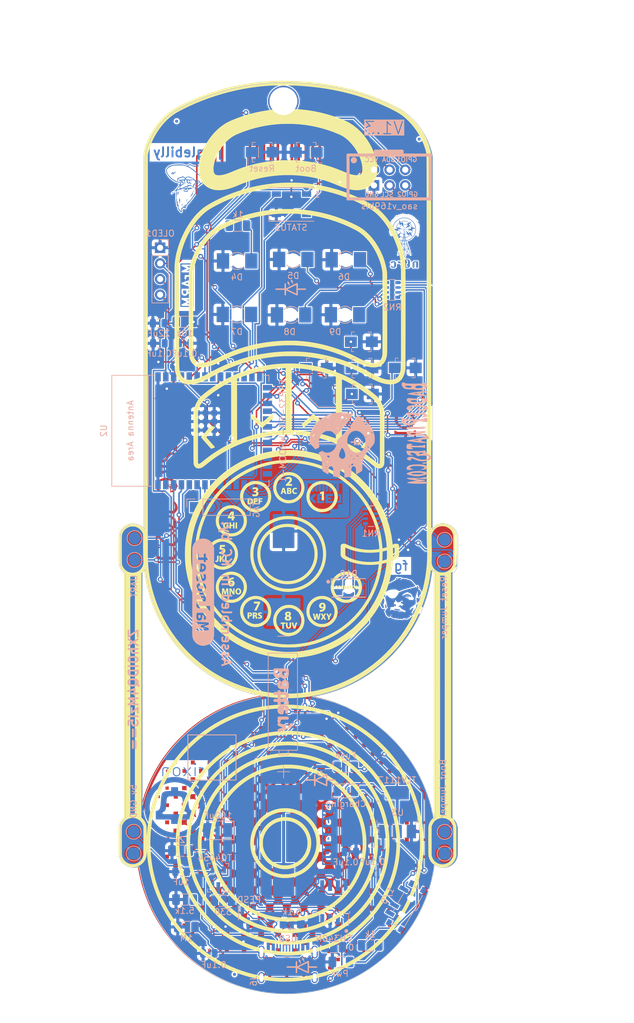
<source format=kicad_pcb>
(kicad_pcb (version 20221018) (generator pcbnew)
  (title_block (title "BSidesKC Badge") (date "2023-08-11") (rev "1.1") (company "BadgePirates") (comment 1 "ESP32-S3 WROOM (WIFI/BTLE)") (comment 2 "USB to Serial Programming") (comment 3 "Lipo Charger / 14500 Battery") (comment 4 "5 Input Buttons"))
  (layers (0 "F.Cu" signal) (31 "B.Cu" signal) (34 "B.Paste" user) (35 "F.Paste" user) (36 "B.SilkS" user "B.Silkscreen") (37 "F.SilkS" user "F.Silkscreen") (38 "B.Mask" user) (39 "F.Mask" user) (44 "Edge.Cuts" user))
  (net 0 "")
  (net 1 "/BATTERY+")
  (net 2 "GND")
  (net 3 "RESET")
  (net 4 "VBUS")
  (net 5 "VCC")
  (net 6 "Net-(U1-V3)")
  (net 7 "+BATT")
  (net 8 "Net-(J6-SHIELD)")
  (net 9 "Net-(D1-A)")
  (net 10 "Net-(D2-K)")
  (net 12 "Net-(D4-A)")
  (net 13 "Net-(D6-RK)")
  (net 14 "Net-(D5-A)")
  (net 15 "Net-(D6-BK)")
  (net 16 "IO18")
  (net 17 "Net-(D7-A)")
  (net 18 "Net-(D8-A)")
  (net 19 "D+")
  (net 20 "D-")
  (net 21 "Net-(D6-GK)")
  (net 22 "Net-(D9-A)")
  (net 23 "IO45")
  (net 24 "IO21")
  (net 25 "TMS")
  (net 26 "TDI")
  (net 27 "TDO")
  (net 28 "TCK")
  (net 29 "USB_RX_ESP_TX")
  (net 30 "USB_TX_ESP_RX")
  (net 31 "Boot")
  (net 32 "Net-(SW2-A)")
  (net 33 "Net-(J6-VBUS-PadA4)")
  (net 34 "Net-(J6-CC1)")
  (net 35 "SCL")
  (net 36 "SDA")
  (net 38 "Net-(J6-CC2)")
  (net 40 "IO15")
  (net 41 "IO05")
  (net 42 "IO04")
  (net 43 "IO03")
  (net 44 "IO10")
  (net 45 "IO14")
  (net 46 "IO13")
  (net 47 "IO12")
  (net 48 "IO11")
  (net 49 "IO46")
  (net 50 "IO37")
  (net 51 "IO36")
  (net 52 "IO35")
  (net 53 "IO38")
  (net 54 "IO16")
  (net 55 "IO17")
  (net 56 "IO08")
  (net 57 "IO09")
  (net 58 "IO47")
  (net 59 "IO48")
  (net 60 "IO02")
  (net 61 "IO01")
  (net 62 "Net-(U4-~{CHRG})")
  (net 63 "Net-(U4-PROG)")
  (net 68 "Net-(D10-A)")
  (footprint "BadgePirates:Badgelife-SAOv169-SAO_Side_B.SLK" (layer "F.Cu") (at 116.0398 49.1816)
    (fp_text reference "X1" hide)
    (fp_text value "sao_v169bis")
  )
  (footprint "BadgePiratesLogos:NG_B.Cu" (layer "F.Cu") (at 105.870876 101.016971)
    (fp_text reference "G***" hide)
    (fp_text value "NG_BSilk_B.Cu" hide)
  )
  (footprint "BSidesKC:F.CU_OrgText" (layer "F.Cu") (at 53.48 106.78)
    (fp_text reference "G***" hide)
    (fp_text value "LOGO" hide)
  )
  (footprint "BSidesKC:F.Cu_g4806" (layer "F.Cu") (at 53.6 106.75)
    (fp_text reference "G***" hide)
    (fp_text value "LOGO" hide)
  )
  (footprint "BadgePirates:LED_Osram_Lx_P47F_D2mm_ReverseMount_Proper_Mask Only" (layer "F.Cu") (at 109.205 71.355 180)
    (fp_text reference "D9")
    (fp_text value "LED")
  )
  (footprint "LOGO" (layer "F.Cu") (at 74.434225 130.455417)
    (fp_text reference "G***" hide)
    (fp_text value "LOGO" hide)
  )
  (footprint "BadgePirates:LED_Osram_Lx_P47F_D2mm_ReverseMount_Proper_Mask Only" (layer "F.Cu") (at 109.33 62.43 180)
    (fp_text reference "D6")
    (fp_text value "LED")
  )
  (footprint "BadgePiratesLogos:Jiggle_B.Cu" (layer "F.Cu") (at 83.78 50.11)
    (fp_text reference "G***" hide)
    (fp_text value "jigglebilly")
  )
  (footprint "BadgePiratesLogos:LED_Schematic_B.SLK" (layer "F.Cu") (at 100.405 66.905)
    (fp_text reference "G***" hide)
    (fp_text value "LOGO" hide)
  )
  (footprint "BadgePiratesLogos:FG_B.Cu" (layer "F.Cu") (at 118.25862 117.176868)
    (fp_text reference "G***" hide)
    (fp_text value "fg")
  )
  (footprint "BadgePirates:LED_Osram_Lx_P47F_D2mm_ReverseMount_Proper_Mask Only" (layer "F.Cu") (at 100.455 71.38 180)
    (fp_text reference "D8")
    (fp_text value "LED")
  )
  (footprint "LOGO" (layer "F.Cu") (at 74.434225 130.455417)
    (fp_text reference "G***" hide)
    (fp_text value "LOGO" hide)
  )
  (footprint "BadgePiratesLogos:rixon_B.Cu" (layer "F.Cu") (at 81.568283 151.265844)
    (fp_text reference "G***" hide)
    (fp_text value "Rixon" hide)
  )
  (footprint "BSidesKC:F.Mask_g4808" (layer "F.Cu") (at 53.48 106.81)
    (fp_text reference "G***" hide)
    (fp_text value "LOGO" hide)
  )
  (footprint "BadgePiratesLogos:BPSkull_Distressed_B.SILK" (layer "F.Cu") (at 108.754592 92.468772)
    (fp_text reference "G***" hide)
    (fp_text value "BP Logo" hide)
  )
  (footprint "BadgePiratesLogos:BadgePiratesURL_B.SLK" (layer "F.Cu") (at 121.5 90.55 90)
    (fp_text reference "G***" hide)
    (fp_text value "LOGO" hide)
  )
  (footprint "BSidesKC:F.SilkS_g4810" (layer "F.Cu") (at 53.537704 106.772009)
    (fp_text reference "G***" hide)
    (fp_text value "LOGO" hide)
  )
  (footprint "LOGO" (layer "F.Cu") (at 74.434225 130.455417)
    (fp_text reference "G***" hide)
    (fp_text value "LOGO" hide)
  )
  (footprint "BadgePiratesLogos:n0rc_B.SLK" (layer "F.Cu") (at 118.820001 58.605367)
    (fp_text reference "REF**" hide)
    (fp_text value "n0rc_B.CU" hide)
  )
  (footprint "BadgePirates:LED_Osram_Lx_P47F_D2mm_ReverseMount_Proper_Mask Only" (layer "F.Cu") (at 100.805 62.38 180)
    (fp_text reference "D5")
    (fp_text value "LED")
  )
  (footprint "BadgePirates:LED_Osram_Lx_P47F_D2mm_ReverseMount_Proper_Mask Only" (layer "F.Cu") (at 91.705 62.63 180)
    (fp_text reference "D4")
    (fp_text value "LED")
  )
  (footprint "BadgePiratesLogos:LED_Schematic_B.SLK" (layer "F.Cu") (at 102.22 176.88)
    (fp_text reference "G***" hide)
    (fp_text value "LOGO" hide)
  )
  (footprint "BadgePirates:LED_RGB_1210" (layer "F.Cu") (at 109.78 115.68)
    (fp_text reference "D10")
    (fp_text value "LED")
  )
  (footprint "LOGO" (layer "F.Cu") (at 74.434225 130.455417)
    (fp_text reference "G***" hide)
    (fp_text value "LOGO" hide)
  )
  (footprint "BadgePiratesLogos:LED_Schematic_B.SLK" (layer "F.Cu") (at 105.190166 146.533244)
    (fp_text reference "G***" hide)
    (fp_text value "LOGO" hide)
  )
  (footprint "BadgePirates:LED_Osram_Lx_P47F_D2mm_ReverseMount_Proper_Mask Only" (layer "F.Cu") (at 91.669 71.305 180)
    (fp_text reference "D7")
    (fp_text value "LED")
  )
  (footprint "BadgePirates:Hole_4.5mm" (layer "F.Cu") (at 99.205 36.705)
    (fp_text reference "REF**" hide)
    (fp_text value "4.5mm")
  )
  (footprint "Connector_PinHeader_2.54mm:PinHeader_1x04_P2.54mm_Vertical" (layer "B.Cu") (at 84.87 102.58 -90)
    (fp_text reference "J2" hide)
    (fp_text value "JTAG")
  )
  (footprint "Fiducial:Fiducial_0.5mm_Mask1mm" (layer "B.Cu") (at 81.89 39.96 180)
    (fp_text reference "REF**" hide)
    (fp_text value "Fiducial_0.5mm_Mask1mm")
  )
  (footprint "BadgePirates:Switch_Tactile_SMD_B3U-1000P-BPVersion" (layer "B.Cu") (at 95.755 44.98 180)
    (fp_text reference "SW_Reset1" hide)
    (fp_text value "Reset")
  )
  (footprint "BadgePirates:R_1206_3216Metric" (layer "B.Cu") (at 113.28 173.67)
    (fp_text reference "R2" hide)
    (fp_text value "1k")
  )
  (footprint "BadgePirates:Switch_Tactile_SMD_B3U-1000P-BPVersion" (layer "B.Cu") (at 111.94 80.01 180)
    (fp_text reference "SW5" hide)
    (fp_text value "SW_Center")
  )
  (footprint "LED_SMD:LED_WS2812B_PLCC4_5.0x5.0mm_P3.2mm" (layer "B.Cu") (at 100.505 53.43 180)
    (fp_text reference "D3" hide)
    (fp_text value "STATUS")
  )
  (footprint "Package_TO_SOT_SMD:SOT-23" (layer "B.Cu") (at 93.47 168.8975 -90)
    (fp_text reference "D11" hide)
    (fp_text value "PESD")
  )
  (footprint "Fiducial:Fiducial_0.5mm_Mask1mm" (layer "B.Cu") (at 91.27 178.37 180)
    (fp_text reference "REF**" hide)
    (fp_text value "Fiducial_0.5mm_Mask1mm")
  )
  (footprint "BadgePirates:Switch_Tactile_SMD_B3U-1000P-BPVersion" (layer "B.Cu") (at 111.85 75.74 180)
    (fp_text reference "SW6" hide)
    (fp_text value "SW_Up")
  )
  (footprint "BadgePirates:TestPoint_Pad_D2.0mm x2" (layer "B.Cu") (at 75.055 111.13 90)
    (fp_text reference "J1" hide)
    (fp_text value "UART")
  )
  (footprint "BadgePirates:TestPoint_Pad_D2.0mm x2" (layer "B.Cu") (at 74.905 155.23 -90)
    (fp_text reference "J4" hide)
    (fp_text value "5v GND")
  )
  (footprint "BadgePirates:Switch_Tactile_SMD_B3U-1000P-BPVersion" (layer "B.Cu") (at 104.54 80.02 180)
    (fp_text reference "SW4" hide)
    (fp_text value "SW_Right")
  )
  (footprint "BadgePirates:TestPoint_Pad_D2.0mm x2" (layer "B.Cu") (at 125.355 111.3842 90)
    (fp_text reference "J3" hide)
    (fp_text value "Reset Jumper")
  )
  (footprint "Fiducial:Fiducial_0.5mm_Mask1mm" (layer "B.Cu") (at 121.23 42.87 180)
    (fp_text reference "REF**" hide)
    (fp_text value "Fiducial_0.5mm_Mask1mm")
  )
  (footprint "BadgePirates:Switch_Tactile_SMD_B3U-1000P-BPVersion" (layer "B.Cu") (at 112 84.21 180)
    (fp_text reference "SW7" hide)
    (fp_text value "SW_Down")
  )
  (footprint "LED_SMD:LED_1206_3216Metric" (layer "B.Cu") (at 109.33 148.61)
    (fp_text reference "D2" hide)
    (fp_text value "Charging")
  )
  (footprint "BadgePirates:C_0805_2012Metric" (layer "B.Cu") (at 82.6125 161.71 180)
    (fp_text reference "C5" hide)
    (fp_text value "1uF")
  )
  (footprint "Resistor_SMD:R_Array_Convex_4x0603" (layer "B.Cu") (at 116.855 67.33)
    (fp_text reference "RN2")
    (fp_text value "1k_Array" hide)
  )
  (footprint "Connector_PinHeader_2.54mm:PinHeader_1x04_P2.54mm_Vertical" (layer "B.Cu") (at 79.205 60.485 180)
    (fp_text reference "OLED1")
    (fp_text value "OLED")
  )
  (footprint "BadgePirates:C_0805_2012Metric" (layer "B.Cu") (at 113.65 158.46 180)
    (fp_text reference "C3" hide)
    (fp_text value "0.1uF")
  )
  (footprint "BadgePirates:R_1206_3216Metric" (layer "B.Cu") (at 107.38 173.94 180)
    (fp_text reference "R6" hide)
    (fp_text value "0")
  )
  (footprint "BadgePirates:R_1206_3216Metric" (layer "B.Cu") (at 91.83 56.905)
    (fp_text reference "R5" hide)
    (fp_text value "1k")
  )
  (footprint "BadgePirates:Switch_Tactile_SMD_B3U-1000P-BPVersion" (layer "B.Cu") (at 118.96 79.98 180)
    (fp_text reference "SW3" hide)
    (fp_text value "SW_Left")
  )
  (footprint "Resistor_SMD:R_Array_Convex_4x0603" (layer "B.Cu") (at 113.405 104.03)
    (fp_text reference "RN1")
    (fp_text value "1k_Array")
  )
  (footprint "BadgePirates:R_1206_3216Metric" (layer "B.Cu") (at 109.32 144.69)
    (fp_text reference "F1" hide)
    (fp_text value "Fuse")
  )
  (footprint "BadgePirates:Switch_Tactile_SMD_B3U-1000P-BPVersion" (layer "B.Cu") (at 102.905 45.005 180)
    (fp_text reference "SW1" hide)
    (fp_text value "Boot")
  )
  (footprint "BadgePirates:R_1206_3216Metric" (layer "B.Cu") (at 83.18 166.23 180)
    (fp_text reference "R10" hide)
    (fp_text value "5.1k")
  )
  (footprint "BadgePirates:R_1206_3216Metric" (layer "B.Cu") (at 100.62 170.04)
    (fp_text reference "R8" hide)
    (fp_text value "5.1k")
  )
  (footprint "Espressif:ESP32-S3-WROOM-1" (layer "B.Cu") (at 87.115 90.18 -90)
    (fp_text reference "U2")
    (fp_text value "ESP32-S3-WROOM-1")
  )
  (footprint "BadgePirates:SOIC-8-1EP_W3.9mm" (layer "B.Cu") (at 107.405 166.71 180)
    (fp_text reference "U1" hide)
    (fp_text value "CH340N")
  )
  (footprint "BadgePirates:TestPoint_Pad_D2.0mm x2" (layer "B.Cu") (at 125.355 158.78 90)
    (fp_text reference "J5" hide)
    (fp_text value "Boot Jumper")
  )
  (footprint "BadgePirates:C_0805_2012Metric" (layer "B.Cu") (at 78.97 72.73 180)
    (fp_text reference "C7" hide)
    (fp_text value "22uF")
  )
  (footprint "BadgePirates:SW_SPDT_PCM12" (layer "B.Cu") (at 118.844212 167.190962 -120)
    (fp_text reference "1/0")
    (fp_text value "SW_SPDT")
  )
  (footprint "kibuzzard-64E628A6" (layer "B.Cu") (at 86.19 116.36 90)
    (fp_text reference "kibuzzard-64E628A6" hide)
    (fp_text value "G***" hide)
  )
  (footprint "BadgePirates:C_0805_2012Metric" (layer "B.Cu") (at 87.11 174.96 180)
    (fp_text reference "C8" hide)
    (fp_text value "0.1uF")
  )
  (footprint "BadgePirates:C_0805_2012Metric" (layer "B.Cu") (at 110.05 158.5)
    (fp_text reference "C2" hide)
    (fp_text value "0.1uF")
  )
  (footprint "BadgePirates:LTC4054" (layer "B.Cu") (at 88.6425 162.705 180)
    (fp_text reference "U4" hide)
    (fp_text value "LTC4054")
  )
  (footprint "BadgePirates:R_1206_3216Metric" (layer "B.Cu") (at 83.47 170.68 180)
    (fp_text reference "R12" hide)
    (fp_text value "1M")
  )
  (footprint "Capacitor_Tantalum_SMD:CP_EIA-3528-21_Kemet-B_Pad1.50x2.35mm_HandSolder" (layer "B.Cu") (at 88.555 155.005 180)
    (fp_text reference "C4" hide)
    (fp_text value "100uF")
  )
  (footprint "BadgePirates:Battery - 14500" (layer "B.Cu") (at 99.245 134.755 90)
    (fp_text reference "BT1")
    (fp_text value "Battery")
  )
  (footprint "BadgePirates:C_0805_2012Metric" (layer "B.Cu") (at 79.01 75.99 180)
    (fp_text reference "C6" hide)
    (fp_text value "0.1uF")
  )
  (footprint "BadgePirates:R_1206_3216Metric" (layer "B.Cu") (at 108.55 176.36)
    (fp_text reference "D1" hide)
    (fp_text value "Pwr")
  )
  (footprint "BadgePirates:R_1206_3216Metric" (layer "B.Cu") (at 83.22 72.51)
    (fp_text reference "R1" hide)
    (fp_text value "10k")
  )
  (footprint "BadgePirates:C_0805_2012Metric" (layer "B.Cu") (at 83.2 75.98)
    (fp_text reference "C1" hide)
    (fp_text value "0.1uF")
  )
  (footprint "BadgePirates:R_1206_3216Metric" (layer "B.Cu") (at 89.4 166.42 180)
    (fp_text reference "R3" hide)
    (fp_text value "330")
  )
  (footprint "BadgePirates:USB_C_Receptical-Jing" (layer "B.Cu") (at 99.955 174.7425 180)
    (fp_text reference "J6")
    (fp_text value "USB")
  )
  (footprint "BadgePirates:SOT-223" (layer "B.Cu") (at 117.66 152.05 180)
    (fp_text reference "U3")
    (fp_text value "TLV1117")
  )
  (footprint "BadgePirates:R_1206_3216Metric" (layer "B.Cu") (at 82.53 158.305 180)
    (fp_text reference "R4" hide)
    (fp_text value "2k")
  )
  (gr_rect (start 83.71 139.52) (end 91.51 146.85) (stroke (width 0.15)) (fill none) (layer "B.SilkS"))
  (gr_line (start 118.496 172.6195) (end 118.639 172.4415) (stroke (width 0.1)) (layer "Edge.Cuts"))
  (gr_line (start 104.811 133.5055) (end 103.909 133.3315) (stroke (width 0.1)) (layer "Edge.Cuts"))
  (gr_line (start 114.317 128.8252) (end 115.051 128.239) (stroke (width 0.1)) (layer "Edge.Cuts"))
  (gr_line (start 121.703 167.4895) (end 122.019 166.7765) (stroke (width 0.1)) (layer "Edge.Cuts"))
  (gr_line (start 106.865 134.0415) (end 107.7 134.29) (stroke (width 0.1)) (layer "Edge.Cuts"))
  (gr_line (start 81.33 173.1) (end 81.68 173.48) (stroke (width 0.1)) (layer "Edge.Cuts"))
  (gr_line (start 120.932 40.44044) (end 120.52 39.96951) (stroke (width 0.1)) (layer "Edge.Cuts"))
  (gr_line (start 112.778 129.909) (end 113.559 129.3822) (stroke (width 0.1)) (layer "Edge.Cuts"))
  (gr_line (start 82.581 140.0985) (end 82.139 140.5535) (stroke (width 0.1)) (layer "Edge.Cuts"))
  (gr_line (start 84.613 176.2325) (end 85.204 176.6915) (stroke (width 0.1)) (layer "Edge.Cuts"))
  (gr_line (start 73.5587 153.0015) (end 73.3494 153.1855) (stroke (width 0.1)) (layer "Edge.Cuts"))
  (gr_line (start 77.791 42.5796) (end 77.5226 43.1274) (stroke (width 0.1)) (layer "Edge.Cuts"))
  (gr_line (start 119.457 123.3876) (end 119.971 122.598) (stroke (width 0.1)) (layer "Edge.Cuts"))
  (gr_line (start 127.11 106.2944) (end 126.981 106.1222) (stroke (width 0.1)) (layer "Edge.Cuts"))
  (gr_line (start 115.752 175.4775) (end 115.796 175.4375) (stroke (width 0.1)) (layer "Edge.Cuts"))
  (gr_line (start 87.059 177.9605) (end 87.331 178.1265) (stroke (width 0.1)) (layer "Edge.Cuts"))
  (gr_line (start 73.2051 160.2345) (end 73.3494 160.3925) (stroke (width 0.1)) (layer "Edge.Cuts"))
  (gr_line (start 122.312 166.0535) (end 122.581 165.3215) (stroke (width 0.1)) (layer "Edge.Cuts"))
  (gr_line (start 91.336 131.9435) (end 92.22 132.2795) (stroke (width 0.1)) (layer "Edge.Cuts"))
  (gr_line (start 92.517 180.4525) (end 93.296 180.6815) (stroke (width 0.1)) (layer "Edge.Cuts"))
  (gr_line (start 78.791 169.4645) (end 79.177 170.1065) (stroke (width 0.1)) (layer "Edge.Cuts"))
  (gr_line (start 83.598 126.8358) (end 84.269 127.4771) (stroke (width 0.1)) (layer "Edge.Cuts"))
  (gr_line (start 77.7559 167.4745) (end 78.2406 168.4625) (stroke (width 0.1)) (layer "Edge.Cuts"))
  (gr_line (start 127.448 107.0951) (end 127.393 106.8806) (stroke (width 0.1)) (layer "Edge.Cuts"))
  (gr_line (start 73.2051 106.1222) (end 73.0762 106.2944) (stroke (width 0.1)) (layer "Edge.Cuts"))
  (gr_line (start 116.713 139.9555) (end 115.98 139.2615) (stroke (width 0.1)) (layer "Edge.Cuts"))
  (gr_line (start 73.3494 153.1855) (end 73.2051 153.3445) (stroke (width 0.1)) (layer "Edge.Cuts"))
  (gr_line (start 72.7934 112.2537) (end 72.8691 112.4594) (stroke (width 0.1)) (layer "Edge.Cuts"))
  (gr_line (start 82.93 174.7485) (end 83.476 175.2595) (stroke (width 0.1)) (layer "Edge.Cuts"))
  (gr_line (start 91.747 180.1965) (end 92.517 180.4525) (stroke (width 0.1)) (layer "Edge.Cuts"))
  (gr_line (start 127.483 111.8174) (end 127.494 111.5891) (stroke (width 0.1)) (layer "Edge.Cuts"))
  (gr_line (start 123.421 106.2044) (end 123.421 60.092) (stroke (width 0.1)) (layer "Edge.Cuts"))
  (gr_line (start 114.05 176.8525) (end 114.373 176.6105) (stroke (width 0.1)) (layer "Edge.Cuts"))
  (gr_line (start 94.797 33.97827) (end 93.681 34.13856) (stroke (width 0.1)) (layer "Edge.Cuts"))
  (gr_line (start 124.983 105.3179) (end 124.761 105.3521) (stroke (width 0.1)) (layer "Edge.Cuts"))
  (gr_line (start 127.393 154.1025) (end 127.317 153.8965) (stroke (width 0.1)) (layer "Edge.Cuts"))
  (gr_line (start 80.996 38.72052) (end 80.503 39.11418) (stroke (width 0.1)) (layer "Edge.Cuts"))
  (gr_line (start 78.773 169.4335) (end 78.791 169.4645) (stroke (width 0.1)) (layer "Edge.Cuts"))
  (gr_line (start 99.734 181.5545) (end 100.861 181.5285) (stroke (width 0.1)) (layer "Edge.Cuts"))
  (gr_line (start 123.541 161.6805) (end 123.642 161.0835) (stroke (width 0.1)) (layer "Edge.Cuts"))
  (gr_line (start 121.508 146.6435) (end 121.51 146.6435) (stroke (width 0.1)) (layer "Edge.Cuts"))
  (gr_line (start 81.742 124.7598) (end 82.333 125.4764) (stroke (width 0.1)) (layer "Edge.Cuts"))
  (gr_line (start 74.4805 105.3521) (end 74.2661 105.4076) (stroke (width 0.1)) (layer "Edge.Cuts"))
  (gr_line (start 72.7934 154.1025) (end 72.7379 154.3165) (stroke (width 0.1)) (layer "Edge.Cuts"))
  (gr_line (start 127.483 154.5395) (end 127.448 154.3175) (stroke (width 0.1)) (layer "Edge.Cuts"))
  (gr_line (start 106.62 34.27085) (end 105.41 34.09089) (stroke (width 0.1)) (layer "Edge.Cuts"))
  (gr_line (start 123.369 112.6779) (end 123.369 112.6778) (stroke (width 0.1)) (layer "Edge.Cuts"))
  (gr_line (start 74.9746 105.3063) (end 74.9307 105.3063) (stroke (width 0.1)) (layer "Edge.Cuts"))
  (gr_line (start 92.393 134.0995) (end 91.538 134.3895) (stroke (width 0.1)) (layer "Edge.Cuts"))
  (gr_line (start 122.005 41.9623) (end 121.675 41.44041) (stroke (width 0.1)) (layer "Edge.Cuts"))
  (gr_line (start 72.9638 112.6551) (end 73.0762 112.8397) (stroke (width 0.1)) (layer "Edge.Cuts"))
  (gr_line (start 115.928 37.00173) (end 114.813 36.52955) (stroke (width 0.1)) (layer "Edge.Cuts"))
  (gr_line (start 79.668 121.6671) (end 80.141 122.4726) (stroke (width 0.1)) (layer "Edge.Cuts"))
  (gr_line (start 72.6921 111.5891) (end 72.7037 111.8174) (stroke (width 0.1)) (layer "Edge.Cuts"))
  (gr_line (start 123.961 105.6904) (end 123.788 105.8193) (stroke (width 0.1)) (layer "Edge.Cuts"))
  (gr_line (start 115.219 138.5965) (end 114.43 137.9645) (stroke (width 0.1)) (layer "Edge.Cuts"))
  (gr_line (start 127.223 159.8775) (end 127.317 159.6815) (stroke (width 0.1)) (layer "Edge.Cuts"))
  (gr_line (start 105.708 133.7145) (end 105.706 133.7145) (stroke (width 0.1)) (layer "Edge.Cuts"))
  (gr_line (start 98.915 181.5405) (end 99.734 181.5545) (stroke (width 0.1)) (layer "Edge.Cuts"))
  (gr_line (start 89.047 135.4475) (end 88.244 135.8625) (stroke (width 0.1)) (layer "Edge.Cuts"))
  (gr_line (start 124.547 105.4076) (end 124.341 105.4833) (stroke (width 0.1)) (layer "Edge.Cuts"))
  (gr_line (start 119.788 170.8825) (end 120.215 170.2295) (stroke (width 0.1)) (layer "Edge.Cuts"))
  (gr_line (start 75.2029 105.3179) (end 74.9746 105.3063) (stroke (width 0.1)) (layer "Edge.Cuts"))
  (gr_line (start 127.393 112.2538) (end 127.448 112.0393) (stroke (width 0.1)) (layer "Edge.Cuts"))
  (gr_line (start 85.068 36.61123) (end 84.047 37.06159) (stroke (width 0.1)) (layer "Edge.Cuts"))
  (gr_line (start 122.626 165.1955) (end 122.626 165.1945) (stroke (width 0.1)) (layer "Edge.Cuts"))
  (gr_line (start 103.909 133.3315) (end 104.87 133.1535) (stroke (width 0.1)) (layer "Edge.Cuts"))
  (gr_line (start 72.7379 112.0393) (end 72.7934 112.2537) (stroke (width 0.1)) (layer "Edge.Cuts"))
  (gr_line (start 72.9638 106.479) (end 72.8691 106.6748) (stroke (width 0.1)) (layer "Edge.Cuts"))
  (gr_line (start 72.7379 154.3165) (end 72.7037 154.5395) (stroke (width 0.1)) (layer "Edge.Cuts"))
  (gr_line (start 122.574 43.0303) (end 122.305 42.4934) (stroke (width 0.1)) (layer "Edge.Cuts"))
  (gr_line (start 76.7492 149.5585) (end 76.5304 150.2525) (stroke (width 0.1)) (layer "Edge.Cuts"))
  (gr_line (start 98.099 181.4995) (end 98.915 181.5405) (stroke (width 0.1)) (layer "Edge.Cuts"))
  (gr_line (start 126.628 153.0015) (end 126.628 113.3549) (stroke (width 0.1)) (layer "Edge.Cuts"))
  (gr_line (start 75.845 105.4833) (end 75.6393 105.4076) (stroke (width 0.1)) (layer "Edge.Cuts"))
  (gr_line (start 81.14 172.87) (end 81.33 173.1) (stroke (width 0.1)) (layer "Edge.Cuts"))
  (gr_line (start 81.887 173.6765) (end 82.401 174.2205) (stroke (width 0.1)) (layer "Edge.Cuts"))
  (gr_line (start 73.0762 112.8397) (end 73.2051 113.0118) (stroke (width 0.1)) (layer "Edge.Cuts"))
  (gr_line (start 108.851 179.7745) (end 109.458 179.5165) (stroke (width 0.1)) (layer "Edge.Cuts"))
  (gr_line (start 106.35 180.6355) (end 106.985 180.4455) (stroke (width 0.1)) (layer "Edge.Cuts"))
  (gr_line (start 76.9273 165.4435) (end 77.318 166.4675) (stroke (width 0.1)) (layer "Edge.Cuts"))
  (gr_line (start 76.2887 163.3455) (end 76.5841 164.4025) (stroke (width 0.1)) (layer "Edge.Cuts"))
  (gr_line (start 119.342 143.0215) (end 118.733 142.2145) (stroke (width 0.1)) (layer "Edge.Cuts"))
  (gr_line (start 72.9637 159.8775) (end 73.0761 160.0625) (stroke (width 0.1)) (layer "Edge.Cuts"))
  (gr_line (start 103.106 181.3195) (end 104.218 181.1365) (stroke (width 0.1)) (layer "Edge.Cuts"))
  (gr_line (start 78.818 119.9965) (end 79.227 120.8415) (stroke (width 0.1)) (layer "Edge.Cuts"))
  (gr_line (start 82.333 125.4764) (end 82.952 126.1687) (stroke (width 0.1)) (layer "Edge.Cuts"))
  (gr_line (start 119.622 39.10564) (end 119.137 38.72064) (stroke (width 0.1)) (layer "Edge.Cuts"))
  (gr_line (start 118.09 141.4335) (end 117.417 140.6805) (stroke (width 0.1)) (layer "Edge.Cuts"))
  (gr_line (start 109.458 179.5165) (end 110.059 179.2425) (stroke (width 0.1)) (layer "Edge.Cuts"))
  (gr_line (start 109.017 34.73498) (end 107.823 34.48536) (stroke (width 0.1)) (layer "Edge.Cuts"))
  (gr_line (start 100.861 181.5285) (end 101.986 181.4495) (stroke (width 0.1)) (layer "Edge.Cuts"))
  (gr_line (start 73.6801 105.6904) (end 73.508 105.8193) (stroke (width 0.1)) (layer "Edge.Cuts"))
  (gr_line (start 108.64 134.67) (end 109.35 134.94) (stroke (width 0.1)) (layer "Edge.Cuts"))
  (gr_line (start 77.2508 148.1885) (end 76.9893 148.8705) (stroke (width 0.1)) (layer "Edge.Cuts"))
  (gr_line (start 126.678 105.8193) (end 126.506 105.6904) (stroke (width 0.1)) (layer "Edge.Cuts"))
  (gr_line (start 123.369 112.6778) (end 123.486 112.8306) (stroke (width 0.1)) (layer "Edge.Cuts"))
  (gr_line (start 125.255 105.3063) (end 125.212 105.3063) (stroke (width 0.1)) (layer "Edge.Cuts"))
  (gr_line (start 120.52 39.96951) (end 120.083 39.52325) (stroke (width 0.1)) (layer "Edge.Cuts"))
  (gr_line (start 76.333 150.9515) (end 76.333 113.1568) (stroke (width 0.1)) (layer "Edge.Cuts"))
  (gr_line (start 104.405 181.1005) (end 104.406 181.1005) (stroke (width 0.1)) (layer "Edge.Cuts"))
  (gr_line (start 97.042 33.76239) (end 95.918 33.85271) (stroke (width 0.1)) (layer "Edge.Cuts"))
  (gr_line (start 123.421 45.7316) (end 123.421 45.7042) (stroke (width 0.1)) (layer "Edge.Cuts"))
  (gr_line (start 88.039 178.5345) (end 88.759 178.9175) (stroke (width 0.1)) (layer "Edge.Cuts"))
  (gr_line (start 90.376 34.82284) (end 89.291 35.11707) (stroke (width 0.1)) (layer "Edge.Cuts"))
  (gr_line (start 74.266 160.9485) (end 74.4805 161.0045) (stroke (width 0.1)) (layer "Edge.Cuts"))
  (gr_line (start 77.5226 43.1274) (end 77.2877 43.6767) (stroke (width 0.1)) (layer "Edge.Cuts"))
  (gr_line (start 127.393 106.8806) (end 127.317 106.6748) (stroke (width 0.1)) (layer "Edge.Cuts"))
  (gr_line (start 87.196 129.766) (end 87.984 130.265) (stroke (width 0.1)) (layer "Edge.Cuts"))
  (gr_line (start 121.51 146.6435) (end 121.509 146.6425) (stroke (width 0.1)) (layer "Edge.Cuts"))
  (gr_line (start 122.626 165.1935) (end 122.816 164.6175) (stroke (width 0.1)) (layer "Edge.Cuts"))
  (gr_line (start 111.976 130.4048) (end 112.778 129.909) (stroke (width 0.1)) (layer "Edge.Cuts"))
  (gr_line (start 122.816 164.6175) (end 122.991 164.0365) (stroke (width 0.1)) (layer "Edge.Cuts"))
  (gr_line (start 119.787 170.8845) (end 119.788 170.8825) (stroke (width 0.1)) (layer "Edge.Cuts"))
  (gr_line (start 105.708 180.8075) (end 106.35 180.6355) (stroke (width 0.1)) (layer "Edge.Cuts"))
  (gr_line (start 127.483 107.3171) (end 127.448 107.0951) (stroke (width 0.1)) (layer "Edge.Cuts"))
  (gr_line (start 83.041 37.54166) (end 82.052 38.05096) (stroke (width 0.1)) (layer "Edge.Cuts"))
  (gr_line (start 124.404 160.8985) (end 124.596 160.9635) (stroke (width 0.1)) (layer "Edge.Cuts"))
  (gr_line (start 127.317 159.6815) (end 127.393 159.4755) (stroke (width 0.1)) (layer "Edge.Cuts"))
  (gr_line (start 123.505 152.705) (end 123.555 153.13) (stroke (width 0.1)) (layer "Edge.Cuts"))
  (gr_line (start 127.448 112.0393) (end 127.483 111.8174) (stroke (width 0.1)) (layer "Edge.Cuts"))
  (gr_line (start 104.219 181.1365) (end 104.405 181.1005) (stroke (width 0.1)) (layer "Edge.Cuts"))
  (gr_line (start 82.952 126.1687) (end 83.598 126.8358) (stroke (width 0.1)) (layer "Edge.Cuts"))
  (gr_line (start 117.203 174.0815) (end 117.865 173.3625) (stroke (width 0.1)) (layer "Edge.Cuts"))
  (gr_line (start 88.217 35.44352) (end 87.155 35.8017) (stroke (width 0.1)) (layer "Edge.Cuts"))
  (gr_line (start 124.795 161.0115) (end 125.001 161.0405) (stroke (width 0.1)) (layer "Edge.Cuts"))
  (gr_line (start 127.11 153.5165) (end 126.981 153.3445) (stroke (width 0.1)) (layer "Edge.Cuts"))
  (gr_line (start 126.322 105.578) (end 126.126 105.4833) (stroke (width 0.1)) (layer "Edge.Cuts"))
  (gr_line (start 73.8646 160.7785) (end 74.0603 160.8735) (stroke (width 0.1)) (layer "Edge.Cuts"))
  (gr_line (start 110.059 179.2425) (end 110.653 178.9505) (stroke (width 0.1)) (layer "Edge.Cuts"))
  (gr_line (start 119.203 171.7075) (end 119.735 170.9605) (stroke (width 0.1)) (layer "Edge.Cuts"))
  (gr_line (start 76.2253 105.6904) (end 76.0407 105.578) (stroke (width 0.1)) (layer "Edge.Cuts"))
  (gr_line (start 89.49 179.2755) (end 90.233 179.6085) (stroke (width 0.1)) (layer "Edge.Cuts"))
  (gr_line (start 81.711 141.0175) (end 81.296 141.4915) (stroke (width 0.1)) (layer "Edge.Cuts"))
  (gr_line (start 115.796 175.4375) (end 115.797 175.4375) (stroke (width 0.1)) (layer "Edge.Cuts"))
  (gr_line (start 81.513 38.36471) (end 80.996 38.72052) (stroke (width 0.1)) (layer "Edge.Cuts"))
  (gr_line (start 127.483 159.0395) (end 127.494 158.8115) (stroke (width 0.1)) (layer "Edge.Cuts"))
  (gr_line (start 112.777 136.7995) (end 111.913 136.2685) (stroke (width 0.1)) (layer "Edge.Cuts"))
  (gr_line (start 123.417 45.6768) (end 123.32 45.1643) (stroke (width 0.1)) (layer "Edge.Cuts"))
  (gr_line (start 82.401 174.2205) (end 82.93 174.7485) (stroke (width 0.1)) (layer "Edge.Cuts"))
  (gr_line (start 94.135 133.6175) (end 93.259 133.8415) (stroke (width 0.1)) (layer "Edge.Cuts"))
  (gr_line (start 122.626 165.1945) (end 122.626 165.1935) (stroke (width 0.1)) (layer "Edge.Cuts"))
  (gr_line (start 123.085 114.6242) (end 123.247 113.6575) (stroke (width 0.1)) (layer "Edge.Cuts"))
  (gr_line (start 125.705 105.3521) (end 125.483 105.3179) (stroke (width 0.1)) (layer "Edge.Cuts"))
  (gr_line (start 76.6869 112.8136) (end 76.8162 112.6411) (stroke (width 0.1)) (layer "Edge.Cuts"))
  (gr_line (start 118.912 124.1547) (end 119.457 123.3876) (stroke (width 0.1)) (layer "Edge.Cuts"))
  (gr_line (start 123.788 105.8193) (end 123.63 105.9636) (stroke (width 0.1)) (layer "Edge.Cuts"))
  (gr_line (start 105.817 132.9355) (end 106.749 132.6815) (stroke (width 0.1)) (layer "Edge.Cuts"))
  (gr_line (start 96.478 181.3345) (end 97.287 181.4305) (stroke (width 0.1)) (layer "Edge.Cuts"))
  (gr_line (start 75.4249 105.3521) (end 75.2029 105.3179) (stroke (width 0.1)) (layer "Edge.Cuts"))
  (gr_line (start 98.17 33.70781) (end 97.042 33.76239) (stroke (width 0.1)) (layer "Edge.Cuts"))
  (gr_line (start 127.448 154.3175) (end 127.393 154.1025) (stroke (width 0.1)) (layer "Edge.Cuts"))
  (gr_line (start 120.966 145.5905) (end 120.46 144.7105) (stroke (width 0.1)) (layer "Edge.Cuts"))
  (gr_line (start 126.837 160.3925) (end 126.981 160.2345) (stroke (width 0.1)) (layer "Edge.Cuts"))
  (gr_line (start 118.102 38.06439) (end 118.101 38.06388) (stroke (width 0.1)) (layer "Edge.Cuts"))
  (gr_line (start 126.126 160.8735) (end 126.321 160.7785) (stroke (width 0.1)) (layer "Edge.Cuts"))
  (gr_line (start 127.494 107.5454) (end 127.483 107.3171) (stroke (width 0.1)) (layer "Edge.Cuts"))
  (gr_line (start 85.204 176.6915) (end 85.808 177.1335) (stroke (width 0.1)) (layer "Edge.Cuts"))
  (gr_line (start 123.727 160.4835) (end 123.881 160.6085) (stroke (width 0.1)) (layer "Edge.Cuts"))
  (gr_line (start 110.653 178.9505) (end 111.238 178.6425) (stroke (width 0.1)) (layer "Edge.Cuts"))
  (gr_line (start 118.733 142.2145) (end 118.09 141.4335) (stroke (width 0.1)) (layer "Edge.Cuts"))
  (gr_line (start 123.881 160.6085) (end 124.045 160.7205) (stroke (width 0.1)) (layer "Edge.Cuts"))
  (gr_line (start 73.8647 105.578) (end 73.6801 105.6904) (stroke (width 0.1)) (layer "Edge.Cuts"))
  (gr_line (start 127.317 112.4594) (end 127.393 112.2538) (stroke (width 0.1)) (layer "Edge.Cuts"))
  (gr_line (start 83.035 139.6535) (end 83.035 139.6545) (stroke (width 0.1)) (layer "Edge.Cuts"))
  (gr_line (start 77.7946 117.3541) (end 78.101 118.2521) (stroke (width 0.1)) (layer "Edge.Cuts"))
  (gr_line (start 74.98 161.055) (end 74.68 161.03) (stroke (width 0.1)) (layer "Edge.Cuts"))
  (gr_line (start 122.055 118.3437) (end 122.368 117.4376) (stroke (width 0.1)) (layer "Edge.Cuts"))
  (gr_line (start 72.8691 153.8965) (end 72.7934 154.1025) (stroke (width 0.1)) (layer "Edge.Cuts"))
  (gr_line (start 111.375 35.34181) (end 110.202 35.02027) (stroke (width 0.1)) (layer "Edge.Cuts"))
  (gr_line (start 78.7659 145.0705) (end 78.4591 145.6185) (stroke (width 0.1)) (layer "Edge.Cuts"))
  (gr_line (start 123.555 153.13) (end 123.83 152.93) (stroke (width 0.1)) (layer "Edge.Cuts"))
  (gr_line (start 72.8691 112.4594) (end 72.9638 112.6551) (stroke (width 0.1)) (layer "Edge.Cuts"))
  (gr_line (start 119.971 122.598) (end 120.454 121.7868) (stroke (width 0.1)) (layer "Edge.Cuts"))
  (gr_line (start 117.417 140.6805) (end 116.713 139.9555) (stroke (width 0.1)) (layer "Edge.Cuts"))
  (gr_line (start 74.0604 105.4833) (end 73.8647 105.578) (stroke (width 0.1)) (layer "Edge.Cuts"))
  (gr_line (start 76.7078 45.8381) (end 76.7078 45.8613) (stroke (width 0.1)) (layer "Edge.Cuts"))
  (gr_line (start 105.06 180.9625) (end 105.708 180.8075) (stroke (width 0.1)) (layer "Edge.Cuts"))
  (gr_line (start 77.2877 43.6767) (end 77.0877 44.2238) (stroke (width 0.1)) (layer "Edge.Cuts"))
  (gr_line (start 115.051 128.239) (end 115.761 127.6243) (stroke (width 0.1)) (layer "Edge.Cuts"))
  (gr_line (start 83.035 139.6545) (end 82.581 140.0985) (stroke (width 0.1)) (layer "Edge.Cuts"))
  (gr_line (start 73.3494 160.3925) (end 73.5079 160.5375) (stroke (width 0.1)) (layer "Edge.Cuts"))
  (gr_line (start 127.494 158.8115) (end 127.494 154.7675) (stroke (width 0.1)) (layer "Edge.Cuts"))
  (gr_line (start 88.793 130.7332) (end 89.622 131.1696) (stroke (width 0.1)) (layer "Edge.Cuts"))
  (gr_line (start 119.736 170.9595) (end 119.787 170.8855) (stroke (width 0.1)) (layer "Edge.Cuts"))
  (gr_line (start 126.506 160.6665) (end 126.678 160.5375) (stroke (width 0.1)) (layer "Edge.Cuts"))
  (gr_line (start 73.2051 113.0118) (end 73.3494 113.1704) (stroke (width 0.1)) (layer "Edge.Cuts"))
  (gr_line (start 93.12 132.5815) (end 94.037 132.8465) (stroke (width 0.1)) (layer "Edge.Cuts"))
  (gr_line (start 104.218 181.1365) (end 104.219 181.1365) (stroke (width 0.1)) (layer "Edge.Cuts"))
  (gr_line (start 77.318 166.4675) (end 77.7559 167.4745) (stroke (width 0.1)) (layer "Edge.Cuts"))
  (gr_line (start 72.6921 154.7675) (end 72.6921 158.8105) (stroke (width 0.1)) (layer "Edge.Cuts"))
  (gr_line (start 119.735 170.9605) (end 119.736 170.9595) (stroke (width 0.1)) (layer "Edge.Cuts"))
  (gr_line (start 124.341 105.4833) (end 124.145 105.578) (stroke (width 0.1)) (layer "Edge.Cuts"))
  (gr_line (start 122.195 148.1955) (end 121.866 147.4155) (stroke (width 0.1)) (layer "Edge.Cuts"))
  (gr_line (start 83.037 139.6515) (end 83.035 139.6535) (stroke (width 0.1)) (layer "Edge.Cuts"))
  (gr_line (start 123.151 163.4525) (end 123.296 162.8655) (stroke (width 0.1)) (layer "Edge.Cuts"))
  (gr_line (start 118.63 38.37224) (end 118.102 38.06439) (stroke (width 0.1)) (layer "Edge.Cuts"))
  (gr_line (start 126.837 105.9636) (end 126.678 105.8193) (stroke (width 0.1)) (layer "Edge.Cuts"))
  (gr_line (start 121.003 168.8835) (end 121.365 168.1925) (stroke (width 0.1)) (layer "Edge.Cuts"))
  (gr_line (start 123.83 152.93) (end 123.826 152.8035) (stroke (width 0.1)) (layer "Edge.Cuts"))
  (gr_line (start 94.968 133.0745) (end 95.914 133.2655) (stroke (width 0.1)) (layer "Edge.Cuts"))
  (gr_line (start 121.675 41.44041) (end 121.317 40.93207) (stroke (width 0.1)) (layer "Edge.Cuts"))
  (gr_line (start 72.6921 158.8105) (end 72.7037 159.0395) (stroke (width 0.1)) (layer "Edge.Cuts"))
  (gr_line (start 79.227 120.8415) (end 79.668 121.6671) (stroke (width 0.1)) (layer "Edge.Cuts"))
  (gr_line (start 123.32 45.1643) (end 123.186 44.6398) (stroke (width 0.1)) (layer "Edge.Cuts"))
  (gr_line (start 127.11 160.0625) (end 127.223 159.8775) (stroke (width 0.1)) (layer "Edge.Cuts"))
  (gr_line (start 83.476 175.2595) (end 84.037 175.7545) (stroke (width 0.1)) (layer "Edge.Cuts"))
  (gr_line (start 80.007 171.3515) (end 80.39 171.89) (stroke (width 0.1)) (layer "Edge.Cuts"))
  (gr_line (start 123.224 151.3955) (end 123.01 150.5845) (stroke (width 0.1)) (layer "Edge.Cuts"))
  (gr_line (start 123.486 112.8306) (end 123.616 112.9724) (stroke (width 0.1)) (layer "Edge.Cuts"))
  (gr_line (start 84.469 138.3905) (end 83.768 138.9835) (stroke (width 0.1)) (layer "Edge.Cuts"))
  (gr_line (start 84.037 175.7545) (end 84.613 176.2325) (stroke (width 0.1)) (layer "Edge.Cuts"))
  (gr_line (start 123.63 105.9636) (end 123.421 106.2044) (stroke (width 0.1)) (layer "Edge.Cuts"))
  (gr_line (start 125.92 105.4076) (end 125.705 105.3521) (stroke (width 0.1)) (layer "Edge.Cuts"))
  (gr_line (start 124.145 105.578) (end 123.961 105.6904) (stroke (width 0.1)) (layer "Edge.Cuts"))
  (gr_line (start 105.41 34.09089) (end 104.194 33.94492) (stroke (width 0.1)) (layer "Edge.Cuts"))
  (gr_line (start 80.894 141.9745) (end 80.506 142.4675) (stroke (width 0.1)) (layer "Edge.Cuts"))
  (gr_line (start 77.8872 146.7385) (end 77.6224 147.3115) (stroke (width 0.1)) (layer "Edge.Cuts"))
  (gr_line (start 125.001 161.0405) (end 125.212 161.0505) (stroke (width 0.1)) (layer "Edge.Cuts"))
  (gr_line (start 127.223 153.7005) (end 127.11 153.5165) (stroke (width 0.1)) (layer "Edge.Cuts"))
  (gr_line (start 73.0761 153.5165) (end 72.9637 153.7005) (stroke (width 0.1)) (layer "Edge.Cuts"))
  (gr_line (start 73.0761 160.0625) (end 73.2051 160.2345) (stroke (width 0.1)) (layer "Edge.Cuts"))
  (gr_line (start 126.678 160.5375) (end 126.837 160.3925) (stroke (width 0.1)) (layer "Edge.Cuts"))
  (gr_line (start 126.981 113.0119) (end 127.11 112.8397) (stroke (width 0.1)) (layer "Edge.Cuts"))
  (gr_line (start 85.686 128.6784) (end 86.43 129.2368) (stroke (width 0.1)) (layer "Edge.Cuts"))
  (gr_line (start 86.43 129.2368) (end 87.196 129.766) (stroke (width 0.1)) (layer "Edge.Cuts"))
  (gr_line (start 87.456 136.3085) (end 86.683 136.7845) (stroke (width 0.1)) (layer "Edge.Cuts"))
  (gr_line (start 127.223 112.6552) (end 127.317 112.4594) (stroke (width 0.1)) (layer "Edge.Cuts"))
  (gr_line (start 85.189 137.8255) (end 84.469 138.3905) (stroke (width 0.1)) (layer "Edge.Cuts"))
  (gr_line (start 77.2899 115.5111) (end 77.5239 116.4402) (stroke (width 0.1)) (layer "Edge.Cuts"))
  (gr_line (start 124.596 160.9635) (end 124.795 161.0115) (stroke (width 0.1)) (layer "Edge.Cuts"))
  (gr_line (start 85.808 177.1335) (end 86.427 177.5565) (stroke (width 0.1)) (layer "Edge.Cuts"))
  (gr_line (start 118.101 38.06388) (end 117.024 37.51298) (stroke (width 0.1)) (layer "Edge.Cuts"))
  (gr_line (start 101.751 33.75263) (end 100.526 33.70519) (stroke (width 0.1)) (layer "Edge.Cuts"))
  (gr_line (start 76.0407 105.578) (end 75.845 105.4833) (stroke (width 0.1)) (layer "Edge.Cuts"))
  (gr_line (start 123.41 152.2145) (end 123.224 151.3955) (stroke (width 0.1)) (layer "Edge.Cuts"))
  (gr_line (start 85.928 137.2895) (end 85.189 137.8255) (stroke (width 0.1)) (layer "Edge.Cuts"))
  (gr_line (start 76.9352 113.6108) (end 77.0934 114.5677) (stroke (width 0.1)) (layer "Edge.Cuts"))
  (gr_line (start 80.503 39.11418) (end 80.034 39.54151) (stroke (width 0.1)) (layer "Edge.Cuts"))
  (gr_line (start 81.68 173.48) (end 81.887 173.6765) (stroke (width 0.1)) (layer "Edge.Cuts"))
  (gr_line (start 99.3 33.68947) (end 98.17 33.70781) (stroke (width 0.1)) (layer "Edge.Cuts"))
  (gr_line (start 75.7973 160.8915) (end 75.58 160.98) (stroke (width 0.1)) (layer "Edge.Cuts"))
  (gr_line (start 126.837 153.1855) (end 126.628 153.0015) (stroke (width 0.1)) (layer "Edge.Cuts"))
  (gr_line (start 73.508 105.8193) (end 73.3494 105.9636) (stroke (width 0.1)) (layer "Edge.Cuts"))
  (gr_line (start 126.126 105.4833) (end 125.92 105.4076) (stroke (width 0.1)) (layer "Edge.Cuts"))
  (gr_line (start 125.255 161.0505) (end 125.483 161.0385) (stroke (width 0.1)) (layer "Edge.Cuts"))
  (gr_line (start 78.101 118.2521) (end 78.4425 119.1331) (stroke (width 0.1)) (layer "Edge.Cuts"))
  (gr_line (start 80.72 172.34) (end 81.14 172.87) (stroke (width 0.1)) (layer "Edge.Cuts"))
  (gr_line (start 123.826 113.1568) (end 123.826 152.8035) (stroke (width 0.1)) (layer "Edge.Cuts"))
  (gr_line (start 114.43 137.9645) (end 113.616 137.3645) (stroke (width 0.1)) (layer "Edge.Cuts"))
  (gr_line (start 86.105 36.1911) (end 85.068 36.61123) (stroke (width 0.1)) (layer "Edge.Cuts"))
  (gr_line (start 120.905 120.955) (end 121.322 120.1032) (stroke (width 0.1)) (layer "Edge.Cuts"))
  (gr_line (start 127.494 111.5891) (end 127.494 107.5454) (stroke (width 0.1)) (layer "Edge.Cuts"))
  (gr_line (start 76.5559 105.9636) (end 76.3974 105.8193) (stroke (width 0.1)) (layer "Edge.Cuts"))
  (gr_line (start 79.087 144.5325) (end 78.7659 145.0705) (stroke (width 0.1)) (layer "Edge.Cuts"))
  (gr_line (start 123.41 152.2145) (end 123.505 152.705) (stroke (width 0.1)) (layer "Edge.Cuts"))
  (gr_line (start 78.0916 42.037) (end 77.791 42.5796) (stroke (width 0.1)) (layer "Edge.Cuts"))
  (gr_line (start 82.139 140.5535) (end 81.711 141.0175) (stroke (width 0.1)) (layer "Edge.Cuts"))
  (gr_line (start 79.177 170.1065) (end 79.582 170.7355) (stroke (width 0.1)) (layer "Edge.Cuts"))
  (gr_line (start 95.918 33.85271) (end 94.797 33.97827) (stroke (width 0.1)) (layer "Edge.Cuts"))
  (gr_line (start 90.47 131.5734) (end 91.336 131.9435) (stroke (width 0.1)) (layer "Edge.Cuts"))
  (gr_line (start 100.526 33.70519) (end 99.3 33.68947) (stroke (width 0.1)) (layer "Edge.Cuts"))
  (gr_line (start 125.705 161.0045) (end 125.92 160.9485) (stroke (width 0.1)) (layer "Edge.Cuts"))
  (gr_line (start 115.072 176.0565) (end 115.752 175.4775) (stroke (width 0.1)) (layer "Edge.Cuts"))
  (gr_line (start 74.4805 161.0045) (end 74.68 161.03) (stroke (width 0.1)) (layer "Edge.Cuts"))
  (gr_line (start 111.238 178.6425) (end 111.817 178.3175) (stroke (width 0.1)) (layer "Edge.Cuts"))
  (gr_line (start 84.047 37.06159) (end 83.041 37.54166) (stroke (width 0.1)) (layer "Edge.Cuts"))
  (gr_line (start 73.5587 113.3549) (end 73.5587 153.0015) (stroke (width 0.1)) (layer "Edge.Cuts"))
  (gr_line (start 110.202 35.02027) (end 109.017 34.73498) (stroke (width 0.1)) (layer "Edge.Cuts"))
  (gr_line (start 123.296 162.8655) (end 123.426 162.2745) (stroke (width 0.1)) (layer "Edge.Cuts"))
  (gr_line (start 97.287 181.4305) (end 98.099 181.4995) (stroke (width 0.1)) (layer "Edge.Cuts"))
  (gr_line (start 72.7934 159.4755) (end 72.8691 159.6815) (stroke (width 0.1)) (layer "Edge.Cuts"))
  (gr_line (start 123.01 150.5845) (end 122.767 149.7805) (stroke (width 0.1)) (layer "Edge.Cuts"))
  (gr_line (start 73.6801 160.6665) (end 73.8646 160.7785) (stroke (width 0.1)) (layer "Edge.Cuts"))
  (gr_line (start 76.8161 112.6411) (end 76.9352 113.6108) (stroke (width 0.1)) (layer "Edge.Cuts"))
  (gr_line (start 101.986 181.4495) (end 103.106 181.3195) (stroke (width 0.1)) (layer "Edge.Cuts"))
  (gr_line (start 112.535 35.70016) (end 111.375 35.34181) (stroke (width 0.1)) (layer "Edge.Cuts"))
  (gr_line (start 72.6921 107.5454) (end 72.6921 111.5891) (stroke (width 0.1)) (layer "Edge.Cuts"))
  (gr_line (start 116.513 174.7735) (end 117.203 174.0815) (stroke (width 0.1)) (layer "Edge.Cuts"))
  (gr_line (start 126.321 160.7785) (end 126.506 160.6665) (stroke (width 0.1)) (layer "Edge.Cuts"))
  (gr_line (start 110.1 135.33) (end 109.35 134.94) (stroke (width 0.1)) (layer "Edge.Cuts"))
  (gr_line (start 76.9239 44.765) (end 76.7979 45.2966) (stroke (width 0.1)) (layer "Edge.Cuts"))
  (gr_line (start 108.236 180.0155) (end 108.851 179.7745) (stroke (width 0.1)) (layer "Edge.Cuts"))
  (gr_line (start 120.46 144.7105) (end 119.918 143.8535) (stroke (width 0.1)) (layer "Edge.Cuts"))
  (gr_line (start 121.365 168.1925) (end 121.703 167.4895) (stroke (width 0.1)) (layer "Edge.Cuts"))
  (gr_line (start 78.4425 119.1331) (end 78.818 119.9965) (stroke (width 0.1)) (layer "Edge.Cuts"))
  (gr_line (start 74.7024 105.3179) (end 74.4805 105.3521) (stroke (width 0.1)) (layer "Edge.Cuts"))
  (gr_line (start 80.645 123.257) (end 81.179 124.0197) (stroke (width 0.1)) (layer "Edge.Cuts"))
  (gr_line (start 122.884 115.577) (end 123.085 114.6242) (stroke (width 0.1)) (layer "Edge.Cuts"))
  (gr_line (start 84.965 128.0915) (end 85.686 128.6784) (stroke (width 0.1)) (layer "Edge.Cuts"))
  (gr_line (start 126.506 105.6904) (end 126.322 105.578) (stroke (width 0.1)) (layer "Edge.Cuts"))
  (gr_line (start 99.3 33.68947) (end 99.3 33.68947) (stroke (width 0.1)) (layer "Edge.Cuts"))
  (gr_line (start 124.045 160.7205) (end 124.22 160.8175) (stroke (width 0.1)) (layer "Edge.Cuts"))
  (gr_line (start 127.317 153.8965) (end 127.223 153.7005) (stroke (width 0.1)) (layer "Edge.Cuts"))
  (gr_line (start 95.674 181.2115) (end 96.478 181.3345) (stroke (width 0.1)) (layer "Edge.Cuts"))
  (gr_line (start 90.695 134.7105) (end 89.864 135.0635) (stroke (width 0.1)) (layer "Edge.Cuts"))
  (gr_line (start 78.4591 145.6185) (end 78.1661 146.1745) (stroke (width 0.1)) (layer "Edge.Cuts"))
  (gr_line (start 107.665 132.3895) (end 108.564 132.0615) (stroke (width 0.1)) (layer "Edge.Cuts"))
  (gr_line (start 123.186 44.6398) (end 123.016 44.107) (stroke (width 0.1)) (layer "Edge.Cuts"))
  (gr_line (start 75.6393 105.4076) (end 75.4249 105.3521) (stroke (width 0.1)) (layer "Edge.Cuts"))
  (gr_line (start 115.98 139.2615) (end 115.219 138.5965) (stroke (width 0.1)) (layer "Edge.Cuts"))
  (gr_line (start 122.645 116.5151) (end 122.884 115.577) (stroke (width 0.1)) (layer "Edge.Cuts"))
  (gr_line (start 110.1 135.33) (end 110.47 135.51) (stroke (width 0.1)) (layer "Edge.Cuts"))
  (gr_line (start 119.918 143.8535) (end 119.342 143.0215) (stroke (width 0.1)) (layer "Edge.Cuts"))
  (gr_line (start 121.317 40.93207) (end 120.932 40.44044) (stroke (width 0.1)) (layer "Edge.Cuts"))
  (gr_line (start 79.421 144.0025) (end 79.087 144.5325) (stroke (width 0.1)) (layer "Edge.Cuts"))
  (gr_line (start 110.84 135.68) (end 111.913 136.2685) (stroke (width 0.1)) (layer "Edge.Cuts"))
  (gr_line (start 123.016 44.107) (end 122.812 43.5693) (stroke (width 0.1)) (layer "Edge.Cuts"))
  (gr_line (start 73.0762 106.2944) (end 72.9638 106.479) (stroke (width 0.1)) (layer "Edge.Cuts"))
  (gr_line (start 121.436 146.4935) (end 121.435 146.4925) (stroke (width 0.1)) (layer "Edge.Cuts"))
  (gr_line (start 78.1661 146.1745) (end 77.8872 146.7385) (stroke (width 0.1)) (layer "Edge.Cuts"))
  (gr_line (start 83.768 138.9835) (end 83.086 139.6065) (stroke (width 0.1)) (layer "Edge.Cuts"))
  (gr_line (start 106.985 180.4455) (end 107.614 180.2395) (stroke (width 0.1)) (layer "Edge.Cuts"))
  (gr_line (start 88.244 135.8625) (end 87.456 136.3085) (stroke (width 0.1)) (layer "Edge.Cuts"))
  (gr_line (start 112.387 177.9765) (end 112.949 177.6185) (stroke (width 0.1)) (layer "Edge.Cuts"))
  (gr_line (start 104.87 133.1535) (end 105.817 132.9355) (stroke (width 0.1)) (layer "Edge.Cuts"))
  (gr_line (start 81.179 124.0197) (end 81.742 124.7598) (stroke (width 0.1)) (layer "Edge.Cuts"))
  (gr_line (start 122.991 164.0365) (end 123.151 163.4525) (stroke (width 0.1)) (layer "Edge.Cuts"))
  (gr_line (start 121.866 147.4155) (end 121.508 146.6435) (stroke (width 0.1)) (layer "Edge.Cuts"))
  (gr_line (start 72.7037 107.3171) (end 72.6921 107.5454) (stroke (width 0.1)) (layer "Edge.Cuts"))
  (gr_line (start 127.393 159.4755) (end 127.448 159.2615) (stroke (width 0.1)) (layer "Edge.Cuts"))
  (gr_line (start 105.706 133.7145) (end 104.811 133.5055) (stroke (width 0.1)) (layer "Edge.Cuts"))
  (gr_line (start 125.483 161.0385) (end 125.705 161.0045) (stroke (width 0.1)) (layer "Edge.Cuts"))
  (gr_line (start 121.509 146.6425) (end 121.508 146.6405) (stroke (width 0.1)) (layer "Edge.Cuts"))
  (gr_line (start 125.212 105.3063) (end 124.983 105.3179) (stroke (width 0.1)) (layer "Edge.Cuts"))
  (gr_line (start 89.622 131.1696) (end 90.47 131.5734) (stroke (width 0.1)) (layer "Edge.Cuts"))
  (gr_line (start 114.813 36.52955) (end 113.682 36.09588) (stroke (width 0.1)) (layer "Edge.Cuts"))
  (gr_line (start 79.582 170.7355) (end 80.007 171.3515) (stroke (width 0.1)) (layer "Edge.Cuts"))
  (gr_line (start 113.559 129.3822) (end 114.317 128.8252) (stroke (width 0.1)) (layer "Edge.Cuts"))
  (gr_line (start 122.368 117.4376) (end 122.645 116.5151) (stroke (width 0.1)) (layer "Edge.Cuts"))
  (gr_line (start 123.616 112.9724) (end 123.826 113.1568) (stroke (width 0.1)) (layer "Edge.Cuts"))
  (gr_line (start 121.508 146.6405) (end 121.436 146.4935) (stroke (width 0.1)) (layer "Edge.Cuts"))
  (gr_line (start 73.3494 113.1704) (end 73.5587 113.3549) (stroke (width 0.1)) (layer "Edge.Cuts"))
  (gr_line (start 127.223 106.479) (end 127.11 106.2944) (stroke (width 0.1)) (layer "Edge.Cuts"))
  (gr_line (start 104.194 33.94492) (end 102.974 33.83235) (stroke (width 0.1)) (layer "Edge.Cuts"))
  (gr_line (start 76.333 113.1568) (end 76.5423 112.9724) (stroke (width 0.1)) (layer "Edge.Cuts"))
  (gr_line (start 118.496 172.6195) (end 118.496 172.6195) (stroke (width 0.1)) (layer "Edge.Cuts"))
  (gr_line (start 93.296 180.6815) (end 94.082 180.8845) (stroke (width 0.1)) (layer "Edge.Cuts"))
  (gr_line (start 122.019 166.7765) (end 122.312 166.0535) (stroke (width 0.1)) (layer "Edge.Cuts"))
  (gr_line (start 73.5079 160.5375) (end 73.6801 160.6665) (stroke (width 0.1)) (layer "Edge.Cuts"))
  (gr_line (start 120.454 121.7868) (end 120.905 120.955) (stroke (width 0.1)) (layer "Edge.Cuts"))
  (gr_line (start 73.3494 105.9636) (end 73.2051 106.1222) (stroke (width 0.1)) (layer "Edge.Cuts"))
  (gr_line (start 77.5239 116.4402) (end 77.7946 117.3541) (stroke (width 0.1)) (layer "Edge.Cuts"))
  (gr_line (start 89.864 135.0635) (end 89.047 135.4475) (stroke (width 0.1)) (layer "Edge.Cuts"))
  (gr_line (start 123.247 113.6575) (end 123.369 112.6779) (stroke (width 0.1)) (layer "Edge.Cuts"))
  (gr_line (start 126.981 106.1222) (end 126.837 105.9636) (stroke (width 0.1)) (layer "Edge.Cuts"))
  (gr_line (start 124.761 105.3521) (end 124.547 105.4076) (stroke (width 0.1)) (layer "Edge.Cuts"))
  (gr_line (start 78.784 40.98347) (end 78.4229 41.50346) (stroke (width 0.1)) (layer "Edge.Cuts"))
  (gr_line (start 123.421 45.7042) (end 123.417 45.6768) (stroke (width 0.1)) (layer "Edge.Cuts"))
  (gr_line (start 92.22 132.2795) (end 93.12 132.5815) (stroke (width 0.1)) (layer "Edge.Cuts"))
  (gr_line (start 78.4229 41.50346) (end 78.0916 42.037) (stroke (width 0.1)) (layer "Edge.Cuts"))
  (gr_line (start 87.155 35.8017) (end 86.105 36.1911) (stroke (width 0.1)) (layer "Edge.Cuts"))
  (gr_line (start 72.7379 159.2615) (end 72.7934 159.4755) (stroke (width 0.1)) (layer "Edge.Cuts"))
  (gr_line (start 112.949 177.6185) (end 113.504 177.2435) (stroke (width 0.1)) (layer "Edge.Cuts"))
  (gr_line (start 126.981 153.3445) (end 126.837 153.1855) (stroke (width 0.1)) (layer "Edge.Cuts"))
  (gr_line (start 77.6224 147.3115) (end 77.3717 147.8935) (stroke (width 0.1)) (layer "Edge.Cuts"))
  (gr_line (start 118.639 172.4415) (end 119.203 171.7075) (stroke (width 0.1)) (layer "Edge.Cuts"))
  (gr_line (start 76.5841 164.4025) (end 76.9273 165.4435) (stroke (width 0.1)) (layer "Edge.Cuts"))
  (gr_line (start 117.734 125.6184) (end 118.338 124.8986) (stroke (width 0.1)) (layer "Edge.Cuts"))
  (gr_line (start 77.0877 44.2238) (end 76.9239 44.765) (stroke (width 0.1)) (layer "Edge.Cuts"))
  (gr_line (start 79.174 40.48035) (end 78.784 40.98347) (stroke (width 0.1)) (layer "Edge.Cuts"))
  (gr_line (start 123.369 112.6778) (end 123.369 112.6778) (stroke (width 0.1)) (layer "Edge.Cuts"))
  (gr_line (start 80.034 39.54151) (end 79.591 39.99829) (stroke (width 0.1)) (layer "Edge.Cuts"))
  (gr_line (start 73.2051 153.3445) (end 73.0761 153.5165) (stroke (width 0.1)) (layer "Edge.Cuts"))
  (gr_line (start 111.817 178.3175) (end 112.387 177.9765) (stroke (width 0.1)) (layer "Edge.Cuts"))
  (gr_line (start 122.495 148.9835) (end 122.195 148.1955) (stroke (width 0.1)) (layer "Edge.Cuts"))
  (gr_line (start 74.0603 160.8735) (end 74.266 160.9485) (stroke (width 0.1)) (layer "Edge.Cuts"))
  (gr_line (start 107.7 134.29) (end 108.64 134.67) (stroke (width 0.1)) (layer "Edge.Cuts"))
  (gr_line (start 76.9893 148.8705) (end 76.7492 149.5585) (stroke (width 0.1)) (layer "Edge.Cuts"))
  (gr_line (start 72.8691 106.6748) (end 72.7934 106.8806) (stroke (width 0.1)) (layer "Edge.Cuts"))
  (gr_line (start 122.581 165.3215) (end 122.626 165.1955) (stroke (width 0.1)) (layer "Edge.Cuts"))
  (gr_line (start 78.772 169.4315) (end 78.773 169.4335) (stroke (width 0.1)) (layer "Edge.Cuts"))
  (gr_line (start 123.642 161.0835) (end 123.727 160.4835) (stroke (width 0.1)) (layer "Edge.Cuts"))
  (gr_line (start 115.761 127.6243) (end 116.445 126.9821) (stroke (width 0.1)) (layer "Edge.Cuts"))
  (gr_line (start 126.628 113.3549) (end 126.837 113.1704) (stroke (width 0.1)) (layer "Edge.Cuts"))
  (gr_line (start 120.215 170.2295) (end 120.62 169.5625) (stroke (width 0.1)) (layer "Edge.Cuts"))
  (gr_line (start 125.92 160.9485) (end 126.126 160.8735) (stroke (width 0.1)) (layer "Edge.Cuts"))
  (gr_line (start 90.985 179.9155) (end 91.747 180.1965) (stroke (width 0.1)) (layer "Edge.Cuts"))
  (gr_line (start 117.024 37.51298) (end 115.928 37.00173) (stroke (width 0.1)) (layer "Edge.Cuts"))
  (gr_line (start 116.445 126.9821) (end 117.103 126.3132) (stroke (width 0.1)) (layer "Edge.Cuts"))
  (gr_line (start 122.812 43.5693) (end 122.574 43.0303) (stroke (width 0.1)) (layer "Edge.Cuts"))
  (gr_line (start 113.504 177.2435) (end 114.05 176.8525) (stroke (width 0.1)) (layer "Edge.Cuts"))
  (gr_line (start 109.445 131.6978) (end 110.309 131.3001) (stroke (width 0.1)) (layer "Edge.Cuts"))
  (gr_line (start 127.11 112.8397) (end 127.223 112.6552) (stroke (width 0.1)) (layer "Edge.Cuts"))
  (gr_line (start 119.137 38.72064) (end 118.63 38.37224) (stroke (width 0.1)) (layer "Edge.Cuts"))
  (gr_line (start 102.974 33.83235) (end 101.751 33.75263) (stroke (width 0.1)) (layer "Edge.Cuts"))
  (gr_line (start 76.0415 162.2735) (end 76.2887 163.3455) (stroke (width 0.1)) (layer "Edge.Cuts"))
  (gr_line (start 72.9637 153.7005) (end 72.8691 153.8965) (stroke (width 0.1)) (layer "Edge.Cuts"))
  (gr_line (start 86.427 177.5565) (end 87.059 177.9605) (stroke (width 0.1)) (layer "Edge.Cuts"))
  (gr_line (start 76.3974 105.8193) (end 76.2253 105.6904) (stroke (width 0.1)) (layer "Edge.Cuts"))
  (gr_line (start 111.152 130.8688) (end 111.976 130.4048) (stroke (width 0.1)) (layer "Edge.Cuts"))
  (gr_line (start 76.7108 45.8148) (end 76.7078 45.8381) (stroke (width 0.1)) (layer "Edge.Cuts"))
  (gr_line (start 72.8691 159.6815) (end 72.9637 159.8775) (stroke (width 0.1)) (layer "Edge.Cuts"))
  (gr_line (start 91.47 34.56135) (end 90.376 34.82284) (stroke (width 0.1)) (layer "Edge.Cuts"))
  (gr_line (start 94.875 181.0615) (end 95.674 181.2115) (stroke (width 0.1)) (layer "Edge.Cuts"))
  (gr_line (start 127.494 154.7675) (end 127.483 154.5395) (stroke (width 0.1)) (layer "Edge.Cuts"))
  (gr_line (start 93.259 133.8415) (end 92.393 134.0995) (stroke (width 0.1)) (layer "Edge.Cuts"))
  (gr_line (start 104.406 181.1005) (end 105.06 180.9625) (stroke (width 0.1)) (layer "Edge.Cuts"))
  (gr_line (start 126.837 113.1704) (end 126.981 113.0119) (stroke (width 0.1)) (layer "Edge.Cuts"))
  (gr_line (start 72.7037 111.8174) (end 72.7379 112.0393) (stroke (width 0.1)) (layer "Edge.Cuts"))
  (gr_line (start 107.614 180.2395) (end 108.236 180.0155) (stroke (width 0.1)) (layer "Edge.Cuts"))
  (gr_line (start 125.483 105.3179) (end 125.255 105.3063) (stroke (width 0.1)) (layer "Edge.Cuts"))
  (gr_line (start 106.865 134.0415) (end 105.857 133.7535) (stroke (width 0.1)) (layer "Edge.Cuts"))
  (gr_line (start 114.373 176.6105) (end 115.072 176.0565) (stroke (width 0.1)) (layer "Edge.Cuts"))
  (gr_line (start 79.591 39.99829) (end 79.174 40.48035) (stroke (width 0.1)) (layer "Edge.Cuts"))
  (gr_line (start 105.857 133.7535) (end 105.708 133.7145) (stroke (width 0.1)) (layer "Edge.Cuts"))
  (gr_line (start 86.683 136.7845) (end 85.928 137.2895) (stroke (width 0.1)) (layer "Edge.Cuts"))
  (gr_line (start 76.7078 106.1315) (end 76.5559 105.9636) (stroke (width 0.1)) (layer "Edge.Cuts"))
  (gr_line (start 120.083 39.52325) (end 119.622 39.10564) (stroke (width 0.1)) (layer "Edge.Cuts"))
  (gr_line (start 74.2661 105.4076) (end 74.0604 105.4833) (stroke (width 0.1)) (layer "Edge.Cuts"))
  (gr_line (start 123.426 162.2745) (end 123.541 161.6805) (stroke (width 0.1)) (layer "Edge.Cuts"))
  (gr_line (start 80.39 171.89) (end 80.72 172.34) (stroke (width 0.1)) (layer "Edge.Cuts"))
  (gr_line (start 113.616 137.3645) (end 112.777 136.7995) (stroke (width 0.1)) (layer "Edge.Cuts"))
  (gr_line (start 72.7037 154.5395) (end 72.6921 154.7675) (stroke (width 0.1)) (layer "Edge.Cuts"))
  (gr_line (start 72.7934 106.8806) (end 72.7379 107.0951) (stroke (width 0.1)) (layer "Edge.Cuts"))
  (gr_line (start 118.338 124.8986) (end 118.912 124.1547) (stroke (width 0.1)) (layer "Edge.Cuts"))
  (gr_line (start 82.052 38.05096) (end 81.513 38.36471) (stroke (width 0.1)) (layer "Edge.Cuts"))
  (gr_line (start 75.58 160.98) (end 75.28 161.03) (stroke (width 0.1)) (layer "Edge.Cuts"))
  (gr_line (start 106.749 132.6815) (end 107.665 132.3895) (stroke (width 0.1)) (layer "Edge.Cuts"))
  (gr_line (start 75.7973 160.8915) (end 76.0415 162.2735) (stroke (width 0.1)) (layer "Edge.Cuts"))
  (gr_line (start 93.681 34.13856) (end 92.572 34.33309) (stroke (width 0.1)) (layer "Edge.Cuts"))
  (gr_line (start 77.3717 147.8935) (end 77.2508 148.1885) (stroke (width 0.1)) (layer "Edge.Cuts"))
  (gr_line (start 90.233 179.6085) (end 90.985 179.9155) (stroke (width 0.1)) (layer "Edge.Cuts"))
  (gr_line (start 76.5423 112.9724) (end 76.6869 112.8136) (stroke (width 0.1)) (layer "Edge.Cuts"))
  (gr_line (start 77.0934 114.5677) (end 77.2899 115.5111) (stroke (width 0.1)) (layer "Edge.Cuts"))
  (gr_line (start 72.7037 159.0395) (end 72.7379 159.2615) (stroke (width 0.1)) (layer "Edge.Cuts"))
  (gr_line (start 76.7078 59.9623) (end 76.7078 106.1315) (stroke (width 0.1)) (layer "Edge.Cuts"))
  (gr_line (start 126.981 160.2345) (end 127.11 160.0625) (stroke (width 0.1)) (layer "Edge.Cuts"))
  (gr_line (start 122.305 42.4934) (end 122.005 41.9623) (stroke (width 0.1)) (layer "Edge.Cuts"))
  (gr_line (start 94.037 132.8465) (end 94.968 133.0745) (stroke (width 0.1)) (layer "Edge.Cuts"))
  (gr_line (start 92.572 34.33309) (end 91.47 34.56135) (stroke (width 0.1)) (layer "Edge.Cuts"))
  (gr_line (start 87.331 178.1265) (end 88.039 178.5345) (stroke (width 0.1)) (layer "Edge.Cuts"))
  (gr_line (start 94.082 180.8845) (end 94.875 181.0615) (stroke (width 0.1)) (layer "Edge.Cuts"))
  (gr_line (start 79.769 143.4815) (end 79.421 144.0025) (stroke (width 0.1)) (layer "Edge.Cuts"))
  (gr_line (start 121.706 119.2325) (end 122.055 118.3437) (stroke (width 0.1)) (layer "Edge.Cuts"))
  (gr_line (start 122.767 149.7805) (end 122.495 148.9835) (stroke (width 0.1)) (layer "Edge.Cuts"))
  (gr_line (start 117.103 126.3132) (end 117.734 125.6184) (stroke (width 0.1)) (layer "Edge.Cuts"))
  (gr_line (start 76.7078 45.8613) (end 76.7078 59.9623) (stroke (width 0.1)) (layer "Edge.Cuts"))
  (gr_line (start 83.086 139.6065) (end 83.037 139.6515) (stroke (width 0.1)) (layer "Edge.Cuts"))
  (gr_line (start 80.506 142.4675) (end 80.131 142.9695) (stroke (width 0.1)) (layer "Edge.Cuts"))
  (gr_line (start 89.291 35.11707) (end 88.217 35.44352) (stroke (width 0.1)) (layer "Edge.Cuts"))
  (gr_line (start 117.865 173.3625) (end 118.496 172.6195) (stroke (width 0.1)) (layer "Edge.Cuts"))
  (gr_line (start 99.3 33.68947) (end 99.3 33.68947) (stroke (width 0.1)) (layer "Edge.Cuts"))
  (gr_line (start 74.9307 105.3063) (end 74.7024 105.3179) (stroke (width 0.1)) (layer "Edge.Cuts"))
  (gr_line (start 81.296 141.4915) (end 80.894 141.9745) (stroke (width 0.1)) (layer "Edge.Cuts"))
  (gr_line (start 78.2406 168.4625) (end 78.772 169.4315) (stroke (width 0.1)) (layer "Edge.Cuts"))
  (gr_line (start 80.131 142.9695) (end 79.769 143.4815) (stroke (width 0.1)) (layer "Edge.Cuts"))
  (gr_line (start 119.787 170.8855) (end 119.787 170.8845) (stroke (width 0.1)) (layer "Edge.Cuts"))
  (gr_line (start 125.212 161.0505) (end 125.255 161.0505) (stroke (width 0.1)) (layer "Edge.Cuts"))
  (gr_line (start 121.322 120.1032) (end 121.706 119.2325) (stroke (width 0.1)) (layer "Edge.Cuts"))
  (gr_line (start 84.269 127.4771) (end 84.965 128.0915) (stroke (width 0.1)) (layer "Edge.Cuts"))
  (gr_line (start 87.984 130.265) (end 88.793 130.7332) (stroke (width 0.1)) (layer "Edge.Cuts"))
  (gr_line (start 113.682 36.09588) (end 112.535 35.70016) (stroke (width 0.1)) (layer "Edge.Cuts"))
  (gr_line (start 110.309 131.3001) (end 111.152 130.8688) (stroke (width 0.1)) (layer "Edge.Cuts"))
  (gr_line (start 127.317 106.6748) (end 127.223 106.479) (stroke (width 0.1)) (layer "Edge.Cuts"))
  (gr_line (start 107.823 34.48536) (end 106.62 34.27085) (stroke (width 0.1)) (layer "Edge.Cuts"))
  (gr_line (start 88.759 178.9175) (end 89.49 179.2755) (stroke (width 0.1)) (layer "Edge.Cuts"))
  (gr_line (start 95.914 133.2655) (end 95.02 133.4245) (stroke (width 0.1)) (layer "Edge.Cuts"))
  (gr_line (start 76.5304 150.2525) (end 76.333 150.9515) (stroke (width 0.1)) (layer "Edge.Cuts"))
  (gr_line (start 121.435 146.4925) (end 120.966 145.5905) (stroke (width 0.1)) (layer "Edge.Cuts"))
  (gr_line (start 91.538 134.3895) (end 90.695 134.7105) (stroke (width 0.1)) (layer "Edge.Cuts"))
  (gr_line (start 110.47 135.51) (end 110.84 135.68) (stroke (width 0.1)) (layer "Edge.Cuts"))
  (gr_line (start 124.22 160.8175) (end 124.404 160.8985) (stroke (width 0.1)) (layer "Edge.Cuts"))
  (gr_line (start 115.797 175.4375) (end 116.513 174.7735) (stroke (width 0.1)) (layer "Edge.Cuts"))
  (gr_line (start 120.62 169.5625) (end 121.003 168.8835) (stroke (width 0.1)) (layer "Edge.Cuts"))
  (gr_line (start 76.7979 45.2966) (end 76.7108 45.8148) (stroke (width 0.1)) (layer "Edge.Cuts"))
  (gr_line (start 95.02 133.4245) (end 94.135 133.6175) (stroke (width 0.1)) (layer "Edge.Cuts"))
  (gr_line (start 127.448 159.2615) (end 127.483 159.0395) (stroke (width 0.1)) (layer "Edge.Cuts"))
  (gr_line (start 108.564 132.0615) (end 109.445 131.6978) (stroke (width 0.1)) (layer "Edge.Cuts"))
  (gr_line (start 72.7379 107.0951) (end 72.7037 107.3171) (stroke (width 0.1)) (layer "Edge.Cuts"))
  (gr_line (start 75.28 161.03) (end 74.98 161.055) (stroke (width 0.1)) (layer "Edge.Cuts"))
  (gr_line (start 80.141 122.4726) (end 80.645 123.257) (stroke (width 0.1)) (layer "Edge.Cuts"))
  (gr_line (start 123.421 60.092) (end 123.421 45.7316) (stroke (width 0.1)) (layer "Edge.Cuts"))
  (gr_text "sysaaron" (at 106.11 155.7 90) (layer "B.Cu" knockout) (effects (font (size 1.5 1.5) (thickness 0.3) bold) (justify mirror)))
  (gr_text "MrARM" (at 84.5 62.79 90) (layer "B.Cu" knockout) (effects (font (size 1.5 1.5) (thickness 0.3) bold) (justify left bottom mirror)))
  (gr_text "ZXh0IDQ4MzI5==" (at 75.77 122.16 90) (layer "B.SilkS") (effects (font (size 1.5 1.5) (thickness 0.3) bold) (justify left bottom mirror)))
  (gr_text "V1.3" (at 118.8 42.24) (layer "B.SilkS" knockout) (effects (font (size 2 2)) (justify left bottom mirror)))
  (gr_text "Assembled in KC by:" (at 89.07 128.55 270) (layer "B.SilkS") (effects (font (size 1.5 1.5) (thickness 0.3) bold) (justify left bottom mirror)))
  (segment (start 104.445 144.67) (end 107.9 144.67) (width 0.5) (layer "B.Cu") (net 1))
  (segment (start 107.9 144.67) (end 107.92 144.69) (width 0.5) (layer "B.Cu") (net 1))
  (segment (start 99.235 163.055) (end 99.235 149.88) (width 0.5) (layer "B.Cu") (net 1))
  (segment (start 99.235 149.88) (end 104.445 144.67) (width 0.5) (layer "B.Cu") (net 1))
  (segment (start 92.73 173.05) (end 92.268217 172.588217) (width 0.25) (layer "F.Cu") (net 2))
  (segment (start 81.61 82.03) (end 80.29 83.35) (width 0.25) (layer "F.Cu") (net 2))
  (segment (start 100.49 52.22) (end 100.49 49.59) (width 0.25) (layer "F.Cu") (net 2))
  (segment (start 81.18 79.01) (end 78.92 79.01) (width 0.25) (layer "F.Cu") (net 2))
  (segment (start 107.14 136.9) (end 108.1 135.94) (width 0.25) (layer "F.Cu") (net 2))
  (segment (start 112.95899 88.630416) (end 111.549074 87.2205) (width 0.25) (layer "F.Cu") (net 2))
  (segment (start 119.43 109.5) (end 119.43 109.34) (width 0.25) (layer "F.Cu") (net 2))
  (segment (start 89.678075 172.588217) (end 89.35 172.260142) (width 0.25) (layer "F.Cu") (net 2))
  (segment (start 106.2 136.9) (end 107.14 136.9) (width 0.25) (layer "F.Cu") (net 2))
  (segment (start 81.61 79.44) (end 81.18 79.01) (width 0.25) (layer "F.Cu") (net 2))
  (segment (start 119.43 109.34) (end 117.94 107.85) (width 0.25) (layer "F.Cu") (net 2))
  (segment (start 89.35 171.1) (end 89.82 170.63) (width 0.25) (layer "F.Cu") (net 2))
  (segment (start 100.49 49.59) (end 100.53 49.55) (width 0.25) (layer "F.Cu") (net 2))
  (segment (start 81.61 79.44) (end 81.61 82.03) (width 0.25) (layer "F.Cu") (net 2))
  (segment (start 112.95899 90.5845) (end 112.95899 88.630416) (width 0.25) (layer "F.Cu") (net 2))
  (segment (start 88.63 84.41) (end 88.63 79.25) (width 0.25) (layer "F.Cu") (net 2))
  (segment (start 89.35 172.260142) (end 89.35 171.1) (width 0.25) (layer "F.Cu") (net 2))
  (segment (start 92.268217 172.588217) (end 89.678075 172.588217) (width 0.25) (layer "F.Cu") (net 2))
  (via (at 117.94 107.85) (size 0.8) (drill 0.4) (layers "F.Cu" "B.Cu") (net 2))
  (via (at 89.82 170.63) (size 0.8) (drill 0.4) (layers "F.Cu" "B.Cu") (net 2))
  (via (at 78.92 79.01) (size 0.8) (drill 0.4) (layers "F.Cu" "B.Cu") (net 2))
  (via (at 100.49 52.22) (size 0.8) (drill 0.4) (layers "F.Cu" "B.Cu") (net 2))
  (via (at 108.1 135.94) (size 0.8) (drill 0.4) (layers "F.Cu" "B.Cu") (net 2))
  (via (at 81.61 79.44) (size 0.8) (drill 0.4) (layers "F.Cu" "B.Cu") (net 2))
  (via (at 112.95899 90.5845) (size 0.8) (drill 0.4) (layers "F.Cu" "B.Cu") (net 2))
  (via (at 100.53 49.55) (size 0.8) (drill 0.4) (layers "F.Cu" "B.Cu") (net 2))
  (via (at 88.63 84.41) (size 0.8) (drill 0.4) (layers "F.Cu" "B.Cu") (net 2))
  (via (at 119.43 109.5) (size 0.8) (drill 0.4) (layers "F.Cu" "B.Cu") (net 2))
  (via (at 106.2 136.9) (size 0.8) (drill 0.4) (layers "F.Cu" "B.Cu") (net 2))
  (via (at 111.549074 87.2205) (size 0.8) (drill 0.4) (layers "F.Cu" "B.Cu") (net 2))
  (via (at 80.29 83.35) (size 0.8) (drill 0.4) (layers "F.Cu" "B.Cu") (net 2))
  (via (at 88.63 79.25) (size 0.8) (drill 0.4) (layers "F.Cu" "B.Cu") (net 2))
  (via (at 92.73 173.05) (size 0.8) (drill 0.4) (layers "F.Cu" "B.Cu") (net 2))
  (segment (start 85.175 88.68) (end 86.575 88.68) (width 0.25) (layer "B.Cu") (net 2))
  (segment (start 78.855 88.505) (end 78.855 81.43) (width 0.25) (layer "B.Cu") (net 2))
  (segment (start 86.575 90.08) (end 87.975 90.08) (width 0.25) (layer "B.Cu") (net 2))
  (segment (start 85.175 90.08) (end 86.575 90.08) (width 0.25) (layer "B.Cu") (net 2))
  (segment (start 86.575 90.08) (end 86.575 88.68) (width 0.25) (layer "B.Cu") (net 2))
  (segment (start 78.855 98.93) (end 78.855 88.505) (width 0.25) (layer "B.Cu") (net 2))
  (segment (start 85.175 87.28) (end 86.575 87.28) (width 0.25) (layer "B.Cu") (net 2))
  (segment (start 85.175 88.68) (end 85.175 87.28) (width 0.25) (layer "B.Cu") (net 2))
  (segment (start 86.575 88.68) (end 86.575 87.28) (width 0.25) (layer "B.Cu") (net 2))
  (segment (start 85.175 90.08) (end 85.175 88.68) (width 0.25) (layer "B.Cu") (net 2))
  (segment (start 87.975 88.68) (end 87.975 87.28) (width 0.25) (layer "B.Cu") (net 2))
  (segment (start 87.975 90.08) (end 87.975 88.68) (width 0.25) (layer "B.Cu") (net 2))
  (segment (start 87.975 88.68) (end 86.575 88.68) (width 0.25) (layer "B.Cu") (net 2))
  (segment (start 86.575 87.28) (end 87.975 87.28) (width 0.25) (layer "B.Cu") (net 2))
  (segment (start 98.867651 80.863056) (end 98.724039 80.719444) (width 0.25) (layer "F.Cu") (net 3))
  (segment (start 99.193056 80.863056) (end 98.867651 80.863056) (width 0.25) (layer "F.Cu") (net 3))
  (segment (start 98.724039 80.719444) (end 94.624039 80.719444) (width 0.25) (layer "F.Cu") (net 3))
  (segment (start 93.134595 79.23) (end 90.937893 79.23) (width 0.25) (layer "F.Cu") (net 3))
  (segment (start 86.77 57.15) (end 86.77 59.776426) (width 0.25) (layer "F.Cu") (net 3))
  (segment (start 116.09 87.35) (end 116.09 90.77) (width 0.25) (layer "F.Cu") (net 3))
  (segment (start 90.937893 79.23) (end 90.660757 78.952864) (width 0.25) (layer "F.Cu") (net 3))
  (segment (start 116.09 90.77) (end 116.17 90.85) (width 0.25) (layer "F.Cu") (net 3))
  (segment (start 86.77 59.776426) (end 86.1805 60.365926) (width 0.25) (layer "F.Cu") (net 3))
  (segment (start 94.624039 80.719444) (end 93.134595 79.23) (width 0.25) (layer "F.Cu") (net 3))
  (segment (start 87.98 76.555) (end 87.98 75.87) (width 0.25) (layer "F.Cu") (net 3))
  (segment (start 87.98 75.87) (end 84.62 72.51) (width 0.25) (layer "F.Cu") (net 3))
  (via (at 87.98 76.555) (size 0.8) (drill 0.4) (layers "F.Cu" "B.Cu") (net 3))
  (via (at 99.193056 80.863056) (size 0.8) (drill 0.4) (layers "F.Cu" "B.Cu") (net 3))
  (via (at 116.09 87.35) (size 0.8) (drill 0.4) (layers "F.Cu" "B.Cu") (net 3))
  (via (at 116.17 90.85) (size 0.8) (drill 0.4) (layers "F.Cu" "B.Cu") (net 3))
  (via (at 84.62 72.51) (size 0.8) (drill 0.4) (layers "F.Cu" "B.Cu") (net 3))
  (via (at 90.660757 78.952864) (size 0.8) (drill 0.4) (layers "F.Cu" "B.Cu") (net 3))
  (via (at 86.77 57.15) (size 0.8) (drill 0.4) (layers "F.Cu" "B.Cu") (net 3))
  (via (at 86.1805 60.365926) (size 0.8) (drill 0.4) (layers "F.Cu" "B.Cu") (net 3))
  (segment (start 80.525 79.325) (end 80.525 80.08) (width 0.25) (layer "B.Cu") (net 3))
  (segment (start 93.44 45.595) (end 94.055 44.98) (width 0.25) (layer "B.Cu") (net 3))
  (segment (start 115.435 87.895) (end 110.874574 87.895) (width 0.25) (layer "B.Cu") (net 3))
  (segment (start 86.455 70.675) (end 81.65 75.48) (width 0.25) (layer "B.Cu") (net 3))
  (segment (start 86.455 60.640426) (end 86.455 70.675) (width 0.25) (layer "B.Cu") (net 3))
  (segment (start 81.65 78.2) (end 80.525 79.325) (width 0.25) (layer "B.Cu") (net 3))
  (segment (start 88.200405 76.555) (end 87.98 76.555) (width 0.25) (layer "B.Cu") (net 3))
  (segment (start 86.1805 60.365926) (end 86.455 60.640426) (width 0.25) (layer "B.Cu") (net 3))
  (segment (start 80.85 80.405) (end 80.85 80.885) (width 0.25) (layer "B.Cu") (net 3))
  (segment (start 115.435 87.895) (end 115.545 87.895) (width 0.25) (layer "B.Cu") (net 3))
  (segment (start 123.23 106.405) (end 124.68 107.855) (width 0.25) (layer "B.Cu") (net 3))
  (segment (start 81.65 75.48) (end 81.65 78.2) (width 0.25) (layer "B.Cu") (net 3))
  (segment (start 124.68 107.855) (end 125.355 107.855) (width 0.25) (layer "B.Cu") (net 3))
  (segment (start 122.22 90.85) (end 123.23 91.86) (width 0.25) (layer "B.Cu") (net 3))
  (segment (start 110.874574 87.895) (end 110.874574 87.109979) (width 0.25) (layer "B.Cu") (net 3))
  (segment (start 90.598269 78.952864) (end 88.200405 76.555) (width 0.25) (layer "B.Cu") (net 3))
  (segment (start 80.525 80.08) (end 80.85 80.405) (width 0.25) (layer "B.Cu") (net 3))
  (segment (start 93.44 50.48) (end 93.44 45.595) (width 0.25) (layer "B.Cu") (net 3))
  (segment (start 110.310095 86.5455) (end 104.8755 86.5455) (width 0.25) (layer "B.Cu") (net 3))
  (segment (start 80.85 80.885) (end 81.395 81.43) (width 0.25) (layer "B.Cu") (net 3))
  (segment (start 104.8755 86.5455) (end 99.193056 80.863056) (width 0.25) (layer "B.Cu") (net 3))
  (segment (start 116.17 90.85) (end 122.22 90.85) (width 0.25) (layer "B.Cu") (net 3))
  (segment (start 123.23 91.86) (end 123.23 106.405) (width 0.25) (layer "B.Cu") (net 3))
  (segment (start 110.874574 87.109979) (end 110.310095 86.5455) (width 0.25) (layer "B.Cu") (net 3))
  (segment (start 86.77 57.15) (end 93.44 50.48) (width 0.25) (layer "B.Cu") (net 3))
  (segment (start 90.660757 78.952864) (end 90.598269 78.952864) (width 0.25) (layer "B.Cu") (net 3))
  (segment (start 115.545 87.895) (end 116.09 87.35) (width 0.25) (layer "B.Cu") (net 3))
  (segment (start 94.537293 180.105) (end 104.563317 180.105) (width 0.25) (layer "F.Cu") (net 4))
  (segment (start 87.9 170.7) (end 87.9 173.467707) (width 0.25) (layer "F.Cu") (net 4))
  (segment (start 106.835 179.125) (end 106.835 179.025) (width 0.25) (layer "F.Cu") (net 4))
  (segment (start 106.315452 179.644548) (end 106.835 179.125) (width 0.25) (layer "F.Cu") (net 4))
  (segment (start 104.787446 180.058114) (end 105.733237 179.818476) (width 0.25) (layer "F.Cu") (net 4))
  (segment (start 104.563317 180.105) (end 104.787446 180.058114) (width 0.25) (layer "F.Cu") (net 4))
  (segment (start 105.733237 179.818476) (end 106.315452 179.644548) (width 0.25) (layer "F.Cu") (net 4))
  (segment (start 87.9 173.467707) (end 94.537293 180.105) (width 0.25) (layer "F.Cu") (net 4))
  (via (at 106.835 179.025) (size 0.8) (drill 0.4) (layers "F.Cu" "B.Cu") (net 4))
  (via (at 87.9 170.7) (size 0.8) (drill 0.4) (layers "F.Cu" "B.Cu") (net 4))
  (segment (start 112.22 148.61) (end 110.73 148.61) (width 0.25) (layer "B.Cu") (net 4))
  (segment (start 83.55 161.71) (end 87.3875 161.71) (width 0.25) (layer "B.Cu") (net 4))
  (segment (start 113.59 149.98) (end 112.22 148.61) (width 0.25) (layer "B.Cu") (net 4))
  (segment (start 86.38 169.18) (end 86.38 162.7175) (width 0.25) (layer "B.Cu") (net 4))
  (segment (start 86.38 162.7175) (end 87.6925 161.405) (width 0.25) (layer "B.Cu") (net 4))
  (segment (start 87.9 170.7) (end 86.38 169.18) (width 0.25) (layer "B.Cu") (net 4))
  (segment (start 80.405 160.735) (end 82.575 160.735) (width 0.25) (layer "B.Cu") (net 4))
  (segment (start 74.905 155.23) (end 80.17 160.495) (width 0.25) (layer "B.Cu") (net 4))
  (segment (start 80.17 160.495) (end 80.17 160.5) (width 0.25) (layer "B.Cu") (net 4))
  (segment (start 108.68 177.18) (end 108.68 174.17) (width 0.25) (layer "B.Cu") (net 4))
  (segment (start 113.59 169.26) (end 113.59 149.98) (width 0.25) (layer "B.Cu") (net 4))
  (segment (start 87.3875 161.71) (end 87.6925 161.405) (width 0.25) (layer "B.Cu") (net 4))
  (segment (start 80.17 160.5) (end 80.405 160.735) (width 0.25) (layer "B.Cu") (net 4))
  (segment (start 106.835 179.025) (end 108.68 177.18) (width 0.25) (layer "B.Cu") (net 4))
  (segment (start 82.575 160.735) (end 83.55 161.71) (width 0.25) (layer "B.Cu") (net 4))
  (segment (start 108.68 174.17) (end 113.59 169.26) (width 0.25) (layer "B.Cu") (net 4))
  (segment (start 108.34 49.83) (end 105.0955 49.83) (width 0.25) (layer "F.Cu") (net 5))
  (segment (start 105.0955 49.83) (end 104.4055 50.52) (width 0.25) (layer "F.Cu") (net 5))
  (segment (start 100.1 135.76) (end 99.675583 136.184417) (width 0.25) (layer "F.Cu") (net 5))
  (segment (start 82.065 63.025) (end 85.135 59.955) (width 0.25) (layer "F.Cu") (net 5))
  (segment (start 79.205 63.025) (end 82.065 63.025) (width 0.25) (layer "F.Cu") (net 5))
  (segment (start 96.575583 136.184417) (end 95.655 137.105) (width 0.25) (layer "F.Cu") (net 5))
  (segment (start 99.675583 136.184417) (end 96.575583 136.184417) (width 0.25) (layer "F.Cu") (net 5))
  (via (at 85.135 59.955) (size 0.8) (drill 0.4) (layers "F.Cu" "B.Cu") (net 5))
  (via (at 108.34 49.83) (size 0.8) (drill 0.4) (layers "F.Cu" "B.Cu") (net 5))
  (via (at 95.655 137.105) (size 0.8) (drill 0.4) (layers "F.Cu" "B.Cu") (net 5))
  (via (at 104.4055 50.52) (size 0.8) (drill 0.4) (layers "F.Cu" "B.Cu") (net 5))
  (via (at 100.1 135.76) (size 0.8) (drill 0.4) (layers "F.Cu" "B.Cu") (net 5))
  (segment (start 106.43 165.37) (end 105.5 164.44) (width 0.25) (layer "B.Cu") (net 5))
  (segment (start 108.38 165.37) (end 106.43 165.37) (width 0.25) (layer "B.Cu") (net 5))
  (segment (start 82.33 117.380707) (end 80.995 116.045707) (width 0.25) (layer "B.Cu") (net 5))
  (segment (start 120.88 159.955) (end 120.88 167.180305) (width 0.25) (layer "B.Cu") (net 5))
  (segment (start 89.555 144.03) (end 95.555 138.03) (width 0.25) (layer "B.Cu") (net 5))
  (segment (start 80.005 99.955) (end 78.13 99.955) (width 0.25) (layer "B.Cu") (net 5))
  (segment (start 115.15 148.9) (end 113.71 147.46) (width 0.25) (layer "B.Cu") (net 5))
  (segment (start 108.91 162.54) (end 108.64 162.81) (width 0.25) (layer "B.Cu") (net 5))
  (segment (start 114.680032 170.869968) (end 111.88 173.67) (width 0.25) (layer "B.Cu") (net 5))
  (segment (start 108.64 165.11) (end 108.38 165.37) (width 0.25) (layer "B.Cu") (net 5))
  (segment (start 109.29 148.06) (end 109.29 148.992462) (width 0.25) (layer "B.Cu") (net 5))
  (segment (start 108.29 159.111123) (end 108.91 159.731123) (width 0.25) (layer "B.Cu") (net 5))
  (segment (start 95.555 137.205) (end 95.655 137.105) (width 0.25) (layer "B.Cu") (net 5))
  (segment (start 81.6 72.73) (end 81.82 72.51) (width 0.25) (layer "B.Cu") (net 5))
  (segment (start 95.655 137.105) (end 96.046775 136.713225) (width 0.25) (layer "B.Cu") (net 5))
  (segment (start 90.18 155.005) (end 89.555 154.38) (width 0.25) (layer "B.Cu") (net 5))
  (segment (start 113.71 147.46) (end 109.89 147.46) (width 0.25) (layer "B.Cu") (net 5))
  (segment (start 96.046775 133.210502) (end 82.33 119.493726) (width 0.25) (layer "B.Cu") (net 5))
  (segment (start 117.66 146.91) (end 117.66 148.9) (width 0.25) (layer "B.Cu") (net 5))
  (segment (start 80.95 64.77) (end 79.205 63.025) (width 0.25) (layer "B.Cu") (net 5))
  (segment (start 80.125 71.095) (end 80.95 70.27) (width 0.25) (layer "B.Cu") (net 5))
  (segment (start 78.13 80.405) (end 79.9 80.405) (width 0.25) (layer "B.Cu") (net 5))
  (segment (start 99.655 128.265) (end 110.765 117.155) (width 0.25) (layer "B.Cu") (net 5))
  (segment (start 117.190337 170.869968) (end 114.680032 170.869968) (width 0.25) (layer "B.Cu") (net 5))
  (segment (start 104.215 50.52) (end 102.955 51.78) (width 0.25) (layer "B.Cu") (net 5))
  (segment (start 80.995 100.945) (end 80.005 99.955) (width 0.25) (layer "B.Cu") (net 5))
  (segment (start 80.95 70.27) (end 80.95 64.77) (width 0.25) (layer "B.Cu") (net 5))
  (segment (start 106.51 135.76) (end 117.66 146.91) (width 0.25) (layer "B.Cu") (net 5))
  (segment (start 96.046775 136.713225) (end 96.046775 133.210502) (width 0.25) (layer "B.Cu") (net 5))
  (segment (start 80.125 81.43) (end 80.125 71.095) (width 0.25) (layer "B.Cu") (net 5))
  (segment (start 112.595 114.97) (end 112.555 114.93) (width 0.25) (layer "B.Cu") (net 5))
  (segment (start 117.66 155.2) (end 117.66 148.9) (width 0.5) (layer "B.Cu") (net 5))
  (segment (start 108.34 49.83) (end 110.48 49.83) (width 0.25) (layer "B.Cu") (net 5))
  (segment (start 105.5 164.44) (end 105.5 163.96) (width 0.25) (layer "B.Cu") (net 5))
  (segment (start 85.135 59.955) (end 94.035 51.055) (width 0.25) (layer "B.Cu") (net 5))
  (segment (start 108.29 149.992462) (end 108.29 159.111123) (width 0.25) (layer "B.Cu") (net 5))
  (segment (start 120.88 167.180305) (end 117.190337 170.869968) (width 0.25) (layer "B.Cu") (net 5))
  (segment (start 80.995 116.045707) (end 80.995 100.945) (width 0.25) (layer "B.Cu") (net 5))
  (segment (start 100.1 135.76) (end 106.51 135.76) (width 0.25) (layer "B.Cu") (net 5))
  (segment (start 117.66 155.2) (end 117.66 156.735) (width 0.25) (layer "B.Cu") (net 5))
  (segment (start 79.9075 72.73) (end 81.6 72.73) (width 0.25) (layer "B.Cu") (net 5))
  (segment (start 112.48 47.83) (end 113.89 47.83) (width 0.25) (layer "B.Cu") (net 5))
  (segment (start 79.9 80.405) (end 80.125 80.63) (width 0.25) (layer "B.Cu") (net 5))
  (segment (start 110.765 117.155) (end 112.595 117.155) (width 0.25) (layer "B.Cu") (net 5))
  (segment (start 95.555 138.03) (end 95.555 137.205) (width 0.25) (layer "B.Cu") (net 5))
  (segment (start 104.4055 50.52) (end 104.215 50.52) (width 0.25) (layer "B.Cu") (net 5))
  (segment (start 117.66 148.9) (end 115.15 148.9) (width 0.25) (layer "B.Cu") (net 5))
  (segment (start 110.48 49.83) (end 112.48 47.83) (width 0.25) (layer "B.Cu") (net 5))
  (segment (start 112.595 117.155) (end 112.595 114.97) (width 0.25) (layer "B.Cu") (net 5))
  (segment (start 108.64 162.81) (end 108.64 165.11) (width 0.25) (layer "B.Cu") (net 5))
  (segment (start 100.1 135.76) (end 99.655 135.315) (width 0.25) (layer "B.Cu") (net 5))
  (segment (start 117.66 156.735) (end 120.88 159.955) (width 0.25) (layer "B.Cu") (net 5))
  (segment (start 102.23 51.055) (end 102.955 51.78) (width 0.25) (layer "B.Cu") (net 5))
  (segment (start 99.655 135.315) (end 99.655 128.265) (width 0.25) (layer "B.Cu") (net 5))
  (segment (start 108.91 159.731123) (end 108.91 162.54) (width 0.25) (layer "B.Cu") (net 5))
  (segment (start 112.555 114.93) (end 111.54 114.93) (width 0.25) (layer "B.Cu") (net 5))
  (segment (start 109.89 147.46) (end 109.29 148.06) (width 0.25) (layer "B.Cu") (net 5))
  (segment (start 89.555 154.38) (end 89.555 144.03) (width 0.25) (layer "B.Cu") (net 5))
  (segment (start 78.13 99.955) (end 78.13 80.405) (width 0.25) (layer "B.Cu") (net 5))
  (segment (start 109.29 148.992462) (end 108.29 149.992462) (width 0.25) (layer "B.Cu") (net 5))
  (segment (start 82.33 119.493726) (end 82.33 117.380707) (width 0.25) (layer "B.Cu") (net 5))
  (segment (start 80.125 80.63) (end 80.125 81.43) (width 0.25) (layer "B.Cu") (net 5))
  (segment (start 94.035 51.055) (end 102.23 51.055) (width 0.25) (layer "B.Cu") (net 5))
  (segment (start 109.31 163.96) (end 109.31 158.6975) (width 0.25) (layer "B.Cu") (net 6))
  (segment (start 109.31 158.6975) (end 109.1125 158.5) (width 0.25) (layer "B.Cu") (net 6))
  (segment (start 114.5875 158.46) (end 115.36 157.6875) (width 0.5) (layer "B.Cu") (net 7))
  (segment (start 114.5425 158.505) (end 114.5875 158.46) (width 0.25) (layer "B.Cu") (net 7))
  (segment (start 115.36 157.6875) (end 115.36 155.2) (width 0.5) (layer "B.Cu") (net 7))
  (segment (start 117.230796 167.125481) (end 114.5425 164.437185) (width 0.5) (layer "B.Cu") (net 7))
  (segment (start 114.5425 164.437185) (end 114.5425 158.505) (width 0.5) (layer "B.Cu") (net 7))
  (segment (start 103.518039 176.063463) (end 104.275 175.306502) (width 0.25) (layer "F.Cu") (net 8))
  (segment (start 96.321223 178.206277) (end 96.321223 175.93691) (width 0.25) (layer "F.Cu") (net 8))
  (segment (start 96.321223 175.93691) (end 95.668731 175.284418) (width 0.25) (layer "F.Cu") (net 8))
  (segment (start 103.518039 178.135539) (end 103.518039 176.063463) (width 0.25) (layer "F.Cu") (net 8))
  (segment (start 104.275 178.8925) (end 103.518039 178.135539) (width 0.25) (layer "F.Cu") (net 8))
  (segment (start 95.635 178.8925) (end 96.321223 178.206277) (width 0.25) (layer "F.Cu") (net 8))
  (segment (start 104.275 178.8925) (end 95.635 178.8925) (width 0.25) (layer "B.Cu") (net 8))
  (segment (start 87 173.43) (end 87 172.903185) (width 0.25) (layer "B.Cu") (net 8))
  (segment (start 87 172.903185) (end 84.505 170.408185) (width 0.25) (layer "B.Cu") (net 8))
  (segment (start 88.3125 174.7425) (end 87 173.43) (width 0.25) (layer "B.Cu") (net 8))
  (segment (start 95.635 174.7425) (end 88.3125 174.7425) (width 0.25) (layer "B.Cu") (net 8))
  (segment (start 109.95 176.36) (end 112.51 176.36) (width 0.25) (layer "B.Cu") (net 9))
  (segment (start 112.51 176.36) (end 114.68 174.19) (width 0.25) (layer "B.Cu") (net 9))
  (segment (start 101.08 139.843591) (end 95.336409 139.843591) (width 0.25) (layer "F.Cu") (net 10))
  (segment (start 95.336409 139.843591) (end 94.05 141.13) (width 0.25) (layer "F.Cu") (net 10))
  (via (at 94.05 141.13) (size 0.8) (drill 0.4) (layers "F.Cu" "B.Cu") (net 10))
  (via (at 101.08 139.843591) (size 0.8) (drill 0.4) (layers "F.Cu" "B.Cu") (net 10))
  (segment (start 105.949314 140.485) (end 109.56 144.095686) (width 0.25) (layer "B.Cu") (net 10))
  (segment (start 89.955 144.195686) (end 89.955 152.612538) (width 0.25) (layer "B.Cu") (net 10))
  (segment (start 101.721409 140.485) (end 105.949314 140.485) (width 0.25) (layer "B.Cu") (net 10))
  (segment (start 109.56 144.51) (end 109.56 146.98) (width 0.25) (layer "B.Cu") (net 10))
  (segment (start 94.05 141.13) (end 93.020686 141.13) (width 0.25) (layer "B.Cu") (net 10))
  (segment (start 89.955 152.612538) (end 91.205 153.862538) (width 0.25) (layer "B.Cu") (net 10))
  (segment (start 91.205 166.015) (end 90.8 166.42) (width 0.25) (layer "B.Cu") (net 10))
  (segment (start 109.56 146.98) (end 107.93 148.61) (width 0.25) (layer "B.Cu") (net 10))
  (segment (start 91.205 153.862538) (end 91.205 166.015) (width 0.25) (layer "B.Cu") (net 10))
  (segment (start 101.08 139.843591) (end 101.721409 140.485) (width 0.25) (layer "B.Cu") (net 10))
  (segment (start 93.020686 141.13) (end 89.955 144.195686) (width 0.25) (layer "B.Cu") (net 10))
  (segment (start 109.56 144.095686) (end 109.56 144.51) (width 0.25) (layer "B.Cu") (net 10))
  (segment (start 94.005 57.68) (end 94.005 62.63) (width 0.25) (layer "B.Cu") (net 12))
  (segment (start 93.23 56.905) (end 94.005 57.68) (width 0.25) (layer "B.Cu") (net 12))
  (segment (start 112.505 102.83) (end 112.155 102.83) (width 0.25) (layer "B.Cu") (net 13))
  (segment (start 109.715 105.654315) (end 109.715 113.225) (width 0.25) (layer "B.Cu") (net 13))
  (segment (start 111.83 103.539314) (end 109.715 105.654315) (width 0.25) (layer "B.Cu") (net 13))
  (segment (start 112.155 102.83) (end 111.83 103.155) (width 0.25) (layer "B.Cu") (net 13))
  (segment (start 109.715 113.225) (end 108.01 114.93) (width 0.25) (layer "B.Cu") (net 13))
  (segment (start 111.83 103.155) (end 111.83 103.539314) (width 0.25) (layer "B.Cu") (net 13))
  (segment (start 105.685 66.96) (end 112.18 66.96) (width 0.25) (layer "F.Cu") (net 14))
  (segment (start 114.134595 69.384973) (end 114.38002 69.630398) (width 0.25) (layer "F.Cu") (net 14))
  (segment (start 114.134595 68.914595) (end 114.134595 69.384973) (width 0.25) (layer "F.Cu") (net 14))
  (segment (start 104.5925 65.8675) (end 105.685 66.96) (width 0.25) (layer "F.Cu") (net 14))
  (segment (start 112.18 66.96) (end 114.134595 68.914595) (width 0.25) (layer "F.Cu") (net 14))
  (via (at 104.5925 65.8675) (size 0.8) (drill 0.4) (layers "F.Cu" "B.Cu") (net 14))
  (via (at 114.38002 69.630398) (size 0.8) (drill 0.4) (layers "F.Cu" "B.Cu") (net 14))
  (segment (start 114.38002 69.630398) (end 114.963085 69.630398) (width 0.25) (layer "B.Cu") (net 14))
  (segment (start 103.105 64.38) (end 103.105 62.38) (width 0.25) (layer "B.Cu") (net 14))
  (segment (start 114.963085 69.630398) (end 115.955 68.638483) (width 0.25) (layer "B.Cu") (net 14))
  (segment (start 115.955 68.638483) (end 115.955 68.53) (width 0.25) (layer "B.Cu") (net 14))
  (segment (start 104.5925 65.8675) (end 103.105 64.38) (width 0.25) (layer "B.Cu") (net 14))
  (segment (start 112.505 104.43) (end 112.105 104.43) (width 0.25) (layer "B.Cu") (net 15))
  (segment (start 110.515 106.02) (end 110.515 115.565) (width 0.25) (layer "B.Cu") (net 15))
  (segment (start 112.105 104.43) (end 110.515 106.02) (width 0.25) (layer "B.Cu") (net 15))
  (segment (start 111.33 116.38) (end 111.57 116.38) (width 0.25) (layer "B.Cu") (net 15))
  (segment (start 110.515 115.565) (end 111.33 116.38) (width 0.25) (layer "B.Cu") (net 15))
  (segment (start 93.8 73.936) (end 92.694 72.83) (width 0.25) (layer "B.Cu") (net 16))
  (segment (start 92.694 69.866) (end 95.69 66.87) (width 0.25) (layer "B.Cu") (net 16))
  (segment (start 92.1 80.885) (end 92.1 79.98) (width 0.25) (layer "B.Cu") (net 16))
  (segment (start 93.8 78.28) (end 93.8 73.936) (width 0.25) (layer "B.Cu") (net 16))
  (segment (start 95.69 54.145) (end 98.055 51.78) (width 0.25) (layer "B.Cu") (net 16))
  (segment (start 92.1 79.98) (end 93.8 78.28) (width 0.25) (layer "B.Cu") (net 16))
  (segment (start 92.694 72.83) (end 92.694 69.866) (width 0.25) (layer "B.Cu") (net 16))
  (segment (start 91.555 81.43) (end 92.1 80.885) (width 0.25) (layer "B.Cu") (net 16))
  (segment (start 95.69 66.87) (end 95.69 54.145) (width 0.25) (layer "B.Cu") (net 16))
  (segment (start 105.13 67.39) (end 107.8545 67.39) (width 0.25) (layer "B.Cu") (net 17))
  (segment (start 102.755 69.765) (end 102.755 71.38) (width 0.25) (layer "B.Cu") (net 17))
  (segment (start 109.1145 66.13) (end 115.955 66.13) (width 0.25) (layer "B.Cu") (net 17))
  (segment (start 105.13 67.39) (end 102.755 69.765) (width 0.25) (layer "B.Cu") (net 17))
  (segment (start 107.8545 67.39) (end 109.1145 66.13) (width 0.25) (layer "B.Cu") (net 17))
  (segment (start 116.3 93.97) (end 115.390602 93.97) (width 0.25) (layer "F.Cu") (net 18))
  (segment (start 115.390602 93.97) (end 110.041685 88.621083) (width 0.25) (layer "F.Cu") (net 18))
  (segment (start 98.4 80) (end 98.444444 80.044444) (width 0.25) (layer "F.Cu") (net 18))
  (segment (start 94.816714 79.95823) (end 94.858484 80) (width 0.25) (layer "F.Cu") (net 18))
  (segment (start 110.041685 88.621083) (end 110.041685 87.231685) (width 0.25) (layer "F.Cu") (net 18))
  (segment (start 94.858484 80) (end 98.4 80) (width 0.25) (layer "F.Cu") (net 18))
  (via (at 94.816714 79.95823) (size 0.8) (drill 0.4) (layers "F.Cu" "B.Cu") (net 18))
  (via (at 116.3 93.97) (size 0.8) (drill 0.4) (layers "F.Cu" "B.Cu") (net 18))
  (via (at 98.444444 80.044444) (size 0.8) (drill 0.4) (layers "F.Cu" "B.Cu") (net 18))
  (via (at 110.041685 87.231685) (size 0.8) (drill 0.4) (layers "F.Cu" "B.Cu") (net 18))
  (segment (start 117.305 100.134595) (end 117.305 102.761371) (width 0.25) (layer "B.Cu") (net 18))
  (segment (start 108.049719 87.2205) (end 108.32472 86.9455) (width 0.25) (layer "B.Cu") (net 18))
  (segment (start 117.305 102.761371) (end 115.38 104.686372) (width 0.25) (layer "B.Cu") (net 18))
  (segment (start 117.184595 98.905) (end 117.58 99.300405) (width 0.25) (layer "B.Cu") (net 18))
  (segment (start 94.2 71.536) (end 93.969 71.305) (width 0.25) (layer "B.Cu") (net 18))
  (segment (start 94.816714 79.95823) (end 94.816714 78.802119) (width 0.25) (layer "B.Cu") (net 18))
  (segment (start 103.974814 87.2205) (end 108.049719 87.2205) (width 0.25) (layer "B.Cu") (net 18))
  (segment (start 98.444444 80.044444) (end 98.444444 81.69013) (width 0.25) (layer "B.Cu") (net 18))
  (segment (start 112.505 106.73) (end 112.505 105.23) (width 0.25) (layer "B.Cu") (net 18))
  (segment (start 117.58 99.859595) (end 117.305 100.134595) (width 0.25) (layer "B.Cu") (net 18))
  (segment (start 117.58 99.300405) (end 117.58 99.859595) (width 0.25) (layer "B.Cu") (net 18))
  (segment (start 98.444444 81.69013) (end 103.974814 87.2205) (width 0.25) (layer "B.Cu") (net 18))
  (segment (start 115.38 104.686372) (end 115.38 105.355) (width 0.25) (layer "B.Cu") (net 18))
  (segment (start 112.755 106.98) (end 112.505 106.73) (width 0.25) (layer "B.Cu") (net 18))
  (segment (start 94.816714 78.802119) (end 94.2 78.185405) (width 0.25) (layer "B.Cu") (net 18))
  (segment (start 113.755 106.98) (end 112.755 106.98) (width 0.25) (layer "B.Cu") (net 18))
  (segment (start 109.7555 86.9455) (end 110.041685 87.231685) (width 0.25) (layer "B.Cu") (net 18))
  (segment (start 116.87 98.905) (end 117.184595 98.905) (width 0.25) (layer "B.Cu") (net 18))
  (segment (start 116.3 93.97) (end 116.87 94.54) (width 0.25) (layer "B.Cu") (net 18))
  (segment (start 94.2 78.185405) (end 94.2 71.536) (width 0.25) (layer "B.Cu") (net 18))
  (segment (start 108.32472 86.9455) (end 109.7555 86.9455) (width 0.25) (layer "B.Cu") (net 18))
  (segment (start 115.38 105.355) (end 113.755 106.98) (width 0.25) (layer "B.Cu") (net 18))
  (segment (start 116.87 94.54) (end 116.87 98.905) (width 0.25) (layer "B.Cu") (net 18))
  (segment (start 95.498226 169.305) (end 99.205 173.011774) (width 0.2) (layer "B.Cu") (net 19))
  (segment (start 92.5763 167.96) (end 92.898185 167.96) (width 0.2) (layer "B.Cu") (net 19))
  (segment (start 92.898185 167.96) (end 94.243185 169.305) (width 0.2) (layer "B.Cu") (net 19))
  (segment (start 94.243185 169.305) (end 95.498226 169.305) (width 0.2) (layer "B.Cu") (net 19))
  (segment (start 99.205 174.0425) (end 99.205 173.1425) (width 0.2) (layer "B.Cu") (net 19))
  (segment (start 108.615 168.335) (end 108.185 168.335) (width 0.2) (layer "B.Cu") (net 19))
  (segment (start 100.205 174.0425) (end 100.205 174.9425) (width 0.2) (layer "B.Cu") (net 19))
  (segment (start 100.205 174.9425) (end 100.155 174.9925) (width 0.2) (layer "B.Cu") (net 19))
  (segment (start 107.36 167.51) (end 95.273185 167.51) (width 0.2) (layer "B.Cu") (net 19))
  (segment (start 94.735685 166.9725) (end 94.104315 166.9725) (width 0.2) (layer "B.Cu") (net 19))
  (segment (start 108.615 168.765) (end 108.615 168.335) (width 0.2) (layer "B.Cu") (net 19))
  (segment (start 93.566815 167.51) (end 92.97 167.51) (width 0.2) (layer "B.Cu") (net 19))
  (segment (start 108.185 168.335) (end 107.36 167.51) (width 0.2) (layer "B.Cu") (net 19))
  (segment (start 99.205 174.9425) (end 99.205 174.0425) (width 0.2) (layer "B.Cu") (net 19))
  (segment (start 94.104315 166.9725) (end 93.566815 167.51) (width 0.2) (layer "B.Cu") (net 19))
  (segment (start 95.273185 167.51) (end 94.735685 166.9725) (width 0.2) (layer "B.Cu") (net 19))
  (segment (start 100.155 174.9925) (end 99.255 174.9925) (width 0.2) (layer "B.Cu") (net 19))
  (segment (start 92.97 167.51) (end 92.52 167.96) (width 0.2) (layer "B.Cu") (net 19))
  (segment (start 99.255 174.9925) (end 99.205 174.9425) (width 0.2) (layer "B.Cu") (net 19))
  (segment (start 109.31 169.46) (end 108.615 168.765) (width 0.2) (layer "B.Cu") (net 19))
  (segment (start 99.205 173.011774) (end 99.205 174.0425) (width 0.2) (layer "B.Cu") (net 19))
  (segment (start 100.82 168.26) (end 100.82 168.590198) (width 0.2) (layer "B.Cu") (net 20))
  (segment (start 99.68 172.9918) (end 97.7641 171.0759) (width 0.2) (layer "B.Cu") (net 20))
  (segment (start 99.755 173.0925) (end 100.655 173.0925) (width 0.2) (layer "B.Cu") (net 20))
  (segment (start 102.02 168.26) (end 102.02 168.540213) (width 0.2) (layer "B.Cu") (net 20))
  (segment (start 99.705 174.0425) (end 99.705 173.1425) (width 0.2) (layer "B.Cu") (net 20))
  (segment (start 100.655 173.0925) (end 100.705 173.1425) (width 0.2) (layer "B.Cu") (net 20))
  (segment (start 97.35 170.21) (end 97.340948 170.21) (width 0.2) (layer "B.Cu") (net 20))
  (segment (start 96.91557 170.22737) (end 95.6432 168.955) (width 0.2) (layer "B.Cu") (net 20))
  (segment (start 104.751108 167.96) (end 107.173603 167.96) (width 0.2) (layer "B.Cu") (net 20))
  (segment (start 97.764099 170.651635) (end 97.7641 170.651635) (width 0.2) (layer "B.Cu") (net 20))
  (segment (start 99.705 173.4675) (end 99.68 173.4425) (width 0.2) (layer "B.Cu") (net 20))
  (segment (start 103.22 168.26) (end 103.22 168.590223) (width 0.2) (layer "B.Cu") (net 20))
  (segment (start 97.620687 169.946517) (end 97.613483 169.946517) (width 0.2) (layer "B.Cu") (net 20))
  (segment (start 94.42 167.96) (end 100.52 167.96) (width 0.2) (layer "B.Cu") (net 20))
  (segment (start 95.415 168.955) (end 94.42 167.96) (width 0.2) (layer "B.Cu") (net 20))
  (segment (start 104.12 167.96) (end 104.751108 167.96) (width 0.2) (layer "B.Cu") (net 20))
  (segment (start 101.42 168.590198) (end 101.42 168.26) (width 0.2) (layer "B.Cu") (net 20))
  (segment (start 97.7641 170.651635) (end 98.044952 170.370782) (width 0.2) (layer "B.Cu") (net 20))
  (segment (start 99.68 173.4425) (end 99.68 172.9918) (width 0.2) (layer "B.Cu") (net 20))
  (segment (start 107.173603 167.96) (end 108.04 168.826397) (width 0.2) (layer "B.Cu") (net 20))
  (segment (start 102.62 168.540213) (end 102.62 168.26) (width 0.2) (layer "B.Cu") (net 20))
  (segment (start 99.705 173.1425) (end 99.755 173.0925) (width 0.2) (layer "B.Cu") (net 20))
  (segment (start 95.6432 168.955) (end 95.415 168.955) (width 0.2) (layer "B.Cu") (net 20))
  (segment (start 108.04 168.826397) (end 108.04 169.46) (width 0.2) (layer "B.Cu") (net 20))
  (segment (start 103.82 168.590223) (end 103.82 168.26) (width 0.2) (layer "B.Cu") (net 20))
  (segment (start 99.705 174.0425) (end 99.705 173.4675) (width 0.2) (layer "B.Cu") (net 20))
  (segment (start 100.705 173.1425) (end 100.705 174.0425) (width 0.2) (layer "B.Cu") (net 20))
  (segment (start 97.613483 169.946517) (end 97.35 170.21) (width 0.2) (layer "B.Cu") (net 20))
  (segment (start 97.340948 170.21) (end 97.261045 170.289903) (width 0.2) (layer "B.Cu") (net 20))
  (arc (start 102.62 168.26) (mid 102.707868 168.047868) (end 102.92 167.96) (width 0.2) (layer "B.Cu") (net 20))
  (arc (start 100.52 167.96) (mid 100.732132 168.047868) (end 100.82 168.26) (width 0.2) (layer "B.Cu") (net 20))
  (arc (start 103.52 168.890223) (mid 103.732132 168.802355) (end 103.82 168.590223) (width 0.2) (layer "B.Cu") (net 20))
  (arc (start 98.044952 170.370782) (mid 98.13282 170.15865) (end 98.044952 169.946518) (width 0.2) (layer "B.Cu") (net 20))
  (arc (start 100.82 168.590198) (mid 100.907868 168.80233) (end 101.12 168.890198) (width 0.2) (layer "B.Cu") (net 20))
  (arc (start 101.12 168.890198) (mid 101.332132 168.80233) (end 101.42 168.590198) (width 0.2) (layer "B.Cu") (net 20))
  (arc (start 103.82 168.26) (mid 103.907868 168.047868) (end 104.12 167.96) (width 0.2) (layer "B.Cu") (net 20))
  (arc (start 98.044952 169.946518) (mid 97.832833 169.858627) (end 97.620687 169.946517) (width 0.2) (layer "B.Cu") (net 20))
  (arc (start 102.92 167.96) (mid 103.132132 168.047868) (end 103.22 168.26) (width 0.2) (layer "B.Cu") (net 20))
  (arc (start 102.02 168.540213) (mid 102.107868 168.752345) (end 102.32 168.840213) (width 0.2) (layer "B.Cu") (net 20))
  (arc (start 97.7641 171.0759) (mid 97.676231 170.863768) (end 97.764099 170.651635) (width 0.2) (layer "B.Cu") (net 20))
  (arc (start 103.22 168.590223) (mid 103.307868 168.802355) (end 103.52 168.890223) (width 0.2) (layer "B.Cu") (net 20))
  (arc (start 97.261045 170.289903) (mid 97.07796 170.313429) (end 96.91557 170.22737) (width 0.2) (layer "B.Cu") (net 20))
  (arc (start 101.72 167.96) (mid 101.932132 168.047868) (end 102.02 168.26) (width 0.2) (layer "B.Cu") (net 20))
  (arc (start 102.32 168.840213) (mid 102.532132 168.752345) (end 102.62 168.540213) (width 0.2) (layer "B.Cu") (net 20))
  (arc (start 101.42 168.26) (mid 101.507868 168.047868) (end 101.72 167.96) (width 0.2) (layer "B.Cu") (net 20))
  (segment (start 110.115 105.82) (end 110.115 113.395) (width 0.25) (layer "B.Cu") (net 21))
  (segment (start 108.37 116.37) (end 108.02 116.37) (width 0.25) (layer "B.Cu") (net 21))
  (segment (start 109.035 115.705) (end 108.37 116.37) (width 0.25) (layer "B.Cu") (net 21))
  (segment (start 112.505 103.63) (end 112.305 103.63) (width 0.25) (layer "B.Cu") (net 21))
  (segment (start 110.115 113.395) (end 109.035 114.475) (width 0.25) (layer "B.Cu") (net 21))
  (segment (start 112.305 103.63) (end 110.115 105.82) (width 0.25) (layer "B.Cu") (net 21))
  (segment (start 109.035 114.475) (end 109.035 115.705) (width 0.25) (layer "B.Cu") (net 21))
  (segment (start 113.855 66.655) (end 113.855 67.815) (width 0.25) (layer "F.Cu") (net 22))
  (segment (start 113.32 64.73) (end 113.32 66.12) (width 0.25) (layer "F.Cu") (net 22))
  (segment (start 113.32 66.12) (end 113.855 66.655) (width 0.25) (layer "F.Cu") (net 22))
  (segment (start 113.855 67.815) (end 114.839444 68.799444) (width 0.25) (layer "F.Cu") (net 22))
  (via (at 114.839444 68.799444) (size 0.8) (drill 0.4) (layers "F.Cu" "B.Cu") (net 22))
  (via (at 113.32 64.73) (size 0.8) (drill 0.4) (layers "F.Cu" "B.Cu") (net 22))
  (segment (start 114.839444 68.799444) (end 114.839444 68.445556) (width 0.25) (layer "B.Cu") (net 22))
  (segment (start 115.555 67.73) (end 115.955 67.73) (width 0.25) (layer "B.Cu") (net 22))
  (segment (start 113.32 64.73) (end 113.32 64.12) (width 0.25) (layer "B.Cu") (net 22))
  (segment (start 114.839444 68.445556) (end 115.555 67.73) (width 0.25) (layer "B.Cu") (net 22))
  (segment (start 113.32 64.12) (end 111.63 62.43) (width 0.25) (layer "B.Cu") (net 22))
  (segment (start 85.72 101.73) (end 84.87 102.58) (width 0.25) (layer "B.Cu") (net 25))
  (segment (start 85.72 99.445) (end 85.72 101.73) (width 0.25) (layer "B.Cu") (net 25))
  (segment (start 85.205 98.93) (end 85.72 99.445) (width 0.25) (layer "B.Cu") (net 25))
  (segment (start 86.475 101.645) (end 87.41 102.58) (width 0.25) (layer "B.Cu") (net 26))
  (segment (start 86.475 98.93) (end 86.475 101.645) (width 0.25) (layer "B.Cu") (net 26))
  (segment (start 87.745 100.375) (end 89.95 102.58) (width 0.25) (layer "B.Cu") (net 27))
  (segment (start 87.745 98.93) (end 87.745 100.375) (width 0.25) (layer "B.Cu") (net 27))
  (segment (start 89.015 99.93) (end 91.665 102.58) (width 0.25) (layer "B.Cu") (net 28))
  (segment (start 89.015 98.93) (end 89.015 99.93) (width 0.25) (layer "B.Cu") (net 28))
  (segment (start 91.665 102.58) (end 92.49 102.58) (width 0.25) (layer "B.Cu") (net 28))
  (segment (start 101.400199 137.276966) (end 101.400199 137.556009) (width 0.25) (layer "F.Cu") (net 29))
  (segment (start 80.81 107.18) (end 80.24 107.18) (width 0.25) (layer "F.Cu") (net 29))
  (segment (start 79.23 114.28) (end 93.005 128.055) (width 0.25) (layer "F.Cu") (net 29))
  (segment (start 82.27 105.72) (end 80.81 107.18) (width 0.25) (layer "F.Cu") (net 29))
  (segment (start 103.915538 134.761627) (end 101.400199 137.276966) (width 0.25) (layer "F.Cu") (net 29))
  (segment (start 102.86 130.34) (end 101.8 129.28) (width 0.25) (layer "F.Cu") (net 29))
  (segment (start 82.27 103.82) (end 82.27 105.72) (width 0.25) (layer "F.Cu") (net 29))
  (segment (start 103.915538 134.42902) (end 103.915538 134.761627) (width 0.25) (layer "F.Cu") (net 29))
  (segment (start 93.005 128.055) (end 93.28 128.055) (width 0.25) (layer "F.Cu") (net 29))
  (segment (start 101.8 129.28) (end 98.105 129.28) (width 0.25) (layer "F.Cu") (net 29))
  (via (at 93.28 128.055) (size 0.8) (drill 0.4) (layers "F.Cu" "B.Cu") (net 29))
  (via (at 103.915538 134.42902) (size 0.8) (drill 0.4) (layers "F.Cu" "B.Cu") (net 29))
  (via (at 82.27 103.82) (size 0.8) (drill 0.4) (layers "F.Cu" "B.Cu") (net 29))
  (via (at 102.86 130.34) (size 0.8) (drill 0.4) (layers "F.Cu" "B.Cu") (net 29))
  (via (at 79.23 114.28) (size 0.8) (drill 0.4) (layers "F.Cu" "B.Cu") (net 29))
  (via (at 80.24 107.18) (size 0.8) (drill 0.4) (layers "F.Cu" "B.Cu") (net 29))
  (via (at 98.105 129.28) (size 0.8) (drill 0.4) (layers "F.Cu" "B.Cu") (net 29))
  (via (at 101.400199 137.556009) (size 0.8) (drill 0.4) (layers "F.Cu" "B.Cu") (net 29))
  (segment (start 82.27 103.82) (end 82.27 100.336) (width 0.25) (layer "B.Cu") (net 29))
  (segment (start 79.8192 107.6008) (end 75.055 107.6008) (width 0.25) (layer "B.Cu") (net 29))
  (segment (start 102.86 130.34) (end 103.365 130.845) (width 0.25) (layer "B.Cu") (net 29))
  (segment (start 93.28 128.33) (end 94.23 129.28) (width 0.25) (layer "B.Cu") (net 29))
  (segment (start 94.23 129.28) (end 98.105 129.28) (width 0.25) (layer "B.Cu") (net 29))
  (segment (start 106.97 162.41) (end 104.734315 162.41) (width 0.25) (layer "B.Cu") (net 29))
  (segment (start 103.365 130.845) (end 103.365 133.878482) (width 0.25) (layer "B.Cu") (net 29))
  (segment (start 104.5 163.374314) (end 101.329314 166.545) (width 0.25) (layer "B.Cu") (net 29))
  (segment (start 108.04 163.48) (end 106.97 162.41) (width 0.25) (layer "B.Cu") (net 29))
  (segment (start 96.320686 166.545) (end 95.18 165.404314) (width 0.25) (layer "B.Cu") (net 29))
  (segment (start 103.365 133.878482) (end 103.915538 134.42902) (width 0.25) (layer "B.Cu") (net 29))
  (segment (start 80.24 107.18) (end 79.8192 107.6008) (width 0.25) (layer "B.Cu") (net 29))
  (segment (start 104.5 162.644315) (end 104.5 163.374314) (width 0.25) (layer "B.Cu") (net 29))
  (segment (start 80.24 107.18) (end 79.28 108.14) (width 0.25) (layer "B.Cu") (net 29))
  (segment (start 82.27 100.336) (end 82.665 99.941) (width 0.25) (layer "B.Cu") (net 29))
  (segment (start 104.734315 162.41) (end 104.5 162.644315) (width 0.25) (layer "B.Cu") (net 29))
  (segment (start 95.18 143.776208) (end 101.400199 137.556009) (width 0.25) (layer "B.Cu") (net 29))
  (segment (start 101.329314 166.545) (end 96.320686 166.545) (width 0.25) (layer "B.Cu") (net 29))
  (segment (start 82.665 99.941) (end 82.665 98.93) (width 0.25) (layer "B.Cu") (net 29))
  (segment (start 108.04 163.96) (end 108.04 163.48) (width 0.25) (layer "B.Cu") (net 29))
  (segment (start 93.28 128.055) (end 93.28 128.33) (width 0.25) (layer "B.Cu") (net 29))
  (segment (start 95.18 165.404314) (end 95.18 143.776208) (width 0.25) (layer "B.Cu") (net 29))
  (segment (start 79.28 108.14) (end 79.28 114.23) (width 0.25) (layer "B.Cu") (net 29))
  (segment (start 79.28 114.23) (end 79.23 114.28) (width 0.25) (layer "B.Cu") (net 29))
  (segment (start 101.905 130.805) (end 98.005 130.805) (width 0.25) (layer "F.Cu") (net 30))
  (segment (start 82.0695 111.49) (end 78.965 111.49) (width 0.25) (layer "F.Cu") (net 30))
  (segment (start 101.701635 136.248365) (end 99.77 138.18) (width 0.25) (layer "F.Cu") (net 30))
  (segment (start 101.701635 135.718365) (end 101.701635 136.248365) (width 0.25) (layer "F.Cu") (net 30))
  (segment (start 102.69 134.73) (end 101.701635 135.718365) (width 0.25) (layer "F.Cu") (net 30))
  (segment (start 102.69 131.59) (end 101.905 130.805) (width 0.25) (layer "F.Cu") (net 30))
  (segment (start 78.965 111.49) (end 78.605 111.13) (width 0.25) (layer "F.Cu") (net 30))
  (via (at 99.77 138.18) (size 0.8) (drill 0.4) (layers "F.Cu" "B.Cu") (net 30))
  (via (at 98.005 130.805) (size 0.8) (drill 0.4) (layers "F.Cu" "B.Cu") (net 30))
  (via (at 102.69 131.59) (size 0.8) (drill 0.4) (layers "F.Cu" "B.Cu") (net 30))
  (via (at 78.605 111.13) (size 0.8) (drill 0.4) (layers "F.Cu" "B.Cu") (net 30))
  (via (at 102.69 134.73) (size 0.8) (drill 0.4) (layers "F.Cu" "B.Cu") (net 30))
  (via (at 82.0695 111.49) (size 0.8) (drill 0.4) (layers "F.Cu" "B.Cu") (net 30))
  (segment (start 75.055 111.13) (end 78.605 111.13) (width 0.25) (layer "B.Cu") (net 30))
  (segment (start 106.1 162.81) (end 104.9 162.81) (width 0.25) (layer "B.Cu") (net 30))
  (segment (start 94.206959 130.805) (end 98.005 130.805) (width 0.25) (layer "B.Cu") (net 30))
  (segment (start 104.9 163.54) (end 101.495 166.945) (width 0.25) (layer "B.Cu") (net 30))
  (segment (start 82.945 104.099595) (end 82.945 103.540405) (width 0.25) (layer "B.Cu") (net 30))
  (segment (start 106.77 163.48) (end 106.1 162.81) (width 0.25) (layer "B.Cu") (net 30))
  (segment (start 82.73 119.328041) (end 94.206959 130.805) (width 0.25) (layer "B.Cu") (net 30))
  (segment (start 81.795 111.2155) (end 81.795 105.249595) (width 0.25) (layer "B.Cu") (net 30))
  (segment (start 82.86 103.455405) (end 82.86 100.485) (width 0.25) (layer "B.Cu") (net 30))
  (segment (start 82.945 103.540405) (end 82.86 103.455405) (width 0.25) (layer "B.Cu") (net 30))
  (segment (start 106.77 163.96) (end 106.77 163.48) (width 0.25) (layer "B.Cu") (net 30))
  (segment (start 82.0695 111.49) (end 81.795 111.7645) (width 0.25) (layer "B.Cu") (net 30))
  (segment (start 83.935 99.41) (end 83.935 98.93) (width 0.25) (layer "B.Cu") (net 30))
  (segment (start 82.86 100.485) (end 83.935 99.41) (width 0.25) (layer "B.Cu") (net 30))
  (segment (start 94.78 143.610522) (end 99.77 138.620522) (width 0.25) (layer "B.Cu") (net 30))
  (segment (start 101.495 166.945) (end 96.155 166.945) (width 0.25) (layer "B.Cu") (net 30))
  (segment (start 94.78 165.569999) (end 94.78 143.610522) (width 0.25) (layer "B.Cu") (net 30))
  (segment (start 81.795 111.7645) (end 81.795 114.936517) (width 0.25) (layer "B.Cu") (net 30))
  (segment (start 96.155 166.945) (end 94.78 165.569999) (width 0.25) (layer "B.Cu") (net 30))
  (segment (start 104.9 162.81) (end 104.9 163.54) (width 0.25) (layer "B.Cu") (net 30))
  (segment (start 81.795 105.249595) (end 82.945 104.099595) (width 0.25) (layer "B.Cu") (net 30))
  (segment (start 102.69 131.59) (end 102.69 134.73) (width 0.25) (layer "B.Cu") (net 30))
  (segment (start 99.77 138.620522) (end 99.77 138.18) (width 0.25) (layer "B.Cu") (net 30))
  (segment (start 81.795 114.936517) (end 82.73 115.871517) (width 0.25) (layer "B.Cu") (net 30))
  (segment (start 82.73 115.871517) (end 82.73 119.328041) (width 0.25) (layer "B.Cu") (net 30))
  (segment (start 82.0695 111.49) (end 81.795 111.2155) (width 0.25) (layer "B.Cu") (net 30))
  (segment (start 108.900405 92.53) (end 102.26972 92.53) (width 0.25) (layer "F.Cu") (net 31))
  (segment (start 101.3 92.4) (end 101.0255 92.6745) (width 0.25) (layer "F.Cu") (net 31))
  (segment (start 116.13 102.07) (end 114.31 100.25) (width 0.25) (layer "F.Cu") (net 31))
  (segment (start 116.13 104.14) (end 116.13 102.07) (width 0.25) (layer "F.Cu") (net 31))
  (segment (start 117.42 105.73) (end 117.42 105.43) (width 0.25) (layer "F.Cu") (net 31))
  (segment (start 120.06 108.37) (end 117.42 105.73) (width 0.25) (layer "F.Cu") (net 31))
  (segment (start 121.08 108.37) (end 120.06 108.37) (width 0.25) (layer "F.Cu") (net 31))
  (segment (start 114.31 100.25) (end 114.31 97.939595) (width 0.25) (layer "F.Cu") (net 31))
  (segment (start 114.31 97.939595) (end 108.900405 92.53) (width 0.25) (layer "F.Cu") (net 31))
  (segment (start 102.26972 92.53) (end 102.139719 92.4) (width 0.25) (layer "F.Cu") (net 31))
  (segment (start 102.139719 92.4) (end 101.3 92.4) (width 0.25) (layer "F.Cu") (net 31))
  (segment (start 117.42 105.43) (end 116.13 104.14) (width 0.25) (layer "F.Cu") (net 31))
  (via (at 101.0255 92.6745) (size 0.8) (drill 0.4) (layers "F.Cu" "B.Cu") (net 31))
  (via (at 121.08 108.37) (size 0.8) (drill 0.4) (layers "F.Cu" "B.Cu") (net 31))
  (segment (start 126.503 154.1028) (end 125.355 155.2508) (width 0.25) (layer "B.Cu") (net 31))
  (segment (start 101.0255 94.5245) (end 97.125281 98.424719) (width 0.25) (layer "B.Cu") (net 31))
  (segment (start 95.59 82.455) (end 95.59 98.705) (width 0.25) (layer "B.Cu") (net 31))
  (segment (start 96.09 59.31) (end 96.09 67.035686) (width 0.25) (layer "B.Cu") (net 31))
  (segment (start 105.08 46.705) (end 105.08 51.37) (width 0.25) (layer "B.Cu") (net 31))
  (segment (start 95.31 72.764) (end 95.244 72.83) (width 0.25) (layer "B.Cu") (net 31))
  (segment (start 101.045 54.355) (end 96.09 59.31) (width 0.25) (layer "B.Cu") (net 31))
  (segment (start 127.18 110.32) (end 127.18 112.11) (width 0.25) (layer "B.Cu") (net 31))
  (segment (start 96.09 82.455) (end 95.59 82.455) (width 0.25) (layer "B.Cu") (net 31))
  (segment (start 126.36 109.5) (end 127.18 110.32) (width 0.25) (layer "B.Cu") (net 31))
  (segment (start 126.503 112.787) (end 126.503 154.1028) (width 0.25) (layer "B.Cu") (net 31))
  (segment (start 104.605 45.005) (end 104.605 46.23) (width 0.25) (layer "B.Cu") (net 31))
  (segment (start 95.59 98.705) (end 95.365 98.93) (width 0.25) (layer "B.Cu") (net 31))
  (segment (start 122.21 109.5) (end 126.36 109.5) (width 0.25) (layer "B.Cu") (net 31))
  (segment (start 105.08 51.37) (end 102.095 54.355) (width 0.25) (layer "B.Cu") (net 31))
  (segment (start 127.18 112.11) (end 126.503 112.787) (width 0.25) (layer "B.Cu") (net 31))
  (segment (start 96.09 79.509719) (end 96.09 82.455) (width 0.25) (layer "B.Cu") (net 31))
  (segment (start 95.244 72.83) (end 94.6 72.83) (width 0.25) (layer "B.Cu") (net 31))
  (segment (start 94.6 78.019719) (end 96.09 79.509719) (width 0.25) (layer "B.Cu") (net 31))
  (segment (start 94.6 72.83) (end 94.6 78.019719) (width 0.25) (layer "B.Cu") (net 31))
  (segment (start 101.0255 92.6745) (end 101.0255 94.5245) (width 0.25) (layer "B.Cu") (net 31))
  (segment (start 102.095 54.355) (end 101.045 54.355) (width 0.25) (layer "B.Cu") (net 31))
  (segment (start 95.31 67.815686) (end 95.31 72.764) (width 0.25) (layer "B.Cu") (net 31))
  (segment (start 96.09 67.035686) (end 95.31 67.815686) (width 0.25) (layer "B.Cu") (net 31))
  (segment (start 95.870281 98.424719) (end 95.365 98.93) (width 0.25) (layer "B.Cu") (net 31))
  (segment (start 121.08 108.37) (end 122.21 109.5) (width 0.25) (layer "B.Cu") (net 31))
  (segment (start 104.605 46.23) (end 105.08 46.705) (width 0.25) (layer "B.Cu") (net 31))
  (segment (start 97.125281 98.424719) (end 95.870281 98.424719) (width 0.25) (layer "B.Cu") (net 31))
  (segment (start 112.34 145.02) (end 112.92 145.02) (width 0.25) (layer "F.Cu") (net 32))
  (segment (start 93.462021 139.169091) (end 90.910556 141.720556) (width 0.25) (layer "F.Cu") (net 32))
  (segment (start 115.3 142.64) (end 115.59 142.64) (width 0.25) (layer "F.Cu") (net 32))
  (segment (start 102.42 139.81) (end 101.779091 139.169091) (width 0.25) (layer "F.Cu") (net 32))
  (segment (start 120.6855 161.5) (end 120.2055 161.98) (width 0.25) (layer "F.Cu") (net 32))
  (segment (start 112.92 145.02) (end 115.3 142.64) (width 0.25) (layer "F.Cu") (net 32))
  (segment (start 122.04 161.5) (end 120.6855 161.5) (width 0.25) (layer "F.Cu") (net 32))
  (segment (start 101.779091 139.169091) (end 93.462021 139.169091) (width 0.25) (layer "F.Cu") (net 32))
  (via (at 120.2055 161.98) (size 0.8) (drill 0.4) (layers "F.Cu" "B.Cu") (net 32))
  (via (at 102.42 139.81) (size 0.8) (drill 0.4) (layers "F.Cu" "B.Cu") (net 32))
  (via (at 115.59 142.64) (size 0.8) (drill 0.4) (layers "F.Cu" "B.Cu") (net 32))
  (via (at 90.910556 141.720556) (size 0.8) (drill 0.4) (layers "F.Cu" "B.Cu") (net 32))
  (via (at 122.04 161.5) (size 0.8) (drill 0.4) (layers "F.Cu" "B.Cu") (net 32))
  (via (at 112.34 145.02) (size 0.8) (drill 0.4) (layers "F.Cu" "B.Cu") (net 32))
  (segment (start 115.59 142.64) (end 121.83 148.88) (width 0.25) (layer "B.Cu") (net 32))
  (segment (start 90.910556 142.108758) (end 89.155 143.864314) (width 0.25) (layer "B.Cu") (net 32))
  (segment (start 112.34 145.02) (end 111.05 145.02) (width 0.25) (layer "B.Cu") (net 32))
  (segment (start 111.05 145.02) (end 105.84 139.81) (width 0.25) (layer "B.Cu") (net 32))
  (segment (start 121.83 148.88) (end 121.83 161.29) (width 0.25) (layer "B.Cu") (net 32))
  (segment (start 120.2055 161.98) (end 118.730796 163.454704) (width 0.25) (layer "B.Cu") (net 32))
  (segment (start 89.155 159.655) (end 90.1675 160.6675) (width 0.25) (layer "B.Cu") (net 32))
  (segment (start 118.730796 163.454704) (end 118.730796 164.527405) (width 0.25) (layer "B.Cu") (net 32))
  (segment (start 89.155 143.864314) (end 89.155 159.655) (width 0.25) (layer "B.Cu") (net 32))
  (segment (start 121.83 161.29) (end 122.04 161.5) (width 0.25) (layer "B.Cu") (net 32))
  (segment (start 105.84 139.81) (end 102.42 139.81) (width 0.25) (layer "B.Cu") (net 32))
  (segment (start 87.6925 163.4175) (end 87.6925 164.005) (width 0.25) (layer "B.Cu") (net 32))
  (segment (start 90.1675 162.28) (end 88.83 162.28) (width 0.25) (layer "B.Cu") (net 32))
  (segment (start 90.1675 160.6675) (end 90.1675 162.28) (width 0.25) (layer "B.Cu") (net 32))
  (segment (start 88.83 162.28) (end 87.6925 163.4175) (width 0.25) (layer "B.Cu") (net 32))
  (segment (start 90.910556 141.720556) (end 90.910556 142.108758) (width 0.25) (layer "B.Cu") (net 32))
  (segment (start 102.48 172.68) (end 103.26 171.9) (width 0.25) (layer "B.Cu") (net 33))
  (segment (start 103.26 171.9) (end 105.18 171.9) (width 0.25) (layer "B.Cu") (net 33))
  (segment (start 102.23 174.93) (end 102.23 174.0425) (width 0.25) (layer "B.Cu") (net 33))
  (segment (start 97.68 174.0425) (end 97.68 174.9925) (width 0.25) (layer "B.Cu") (net 33))
  (segment (start 105.18 171.9) (end 105.98 172.7) (width 0.25) (layer "B.Cu") (net 33))
  (segment (start 105.98 172.7) (end 105.98 173.94) (width 0.25) (layer "B.Cu") (net 33))
  (segment (start 98.055 175.3675) (end 101.7925 175.3675) (width 0.25) (layer "B.Cu") (net 33))
  (segment (start 97.68 174.9925) (end 98.055 175.3675) (width 0.25) (layer "B.Cu") (net 33))
  (segment (start 101.7925 175.3675) (end 102.23 174.93) (width 0.25) (layer "B.Cu") (net 33))
  (segment (start 102.48 174.0425) (end 102.48 172.68) (width 0.25) (layer "B.Cu") (net 33))
  (segment (start 101.205 174.0425) (end 101.205 172.025) (width 0.25) (layer "B.Cu") (net 34))
  (segment (start 101.205 172.025) (end 99.22 170.04) (width 0.25) (layer "B.Cu") (net 34))
  (segment (start 80.555 72.98) (end 80.555 66.915) (width 0.25) (layer "F.Cu") (net 35))
  (segment (start 85.955 78.38) (end 80.555 72.98) (width 0.25) (layer "F.Cu") (net 35))
  (segment (start 85.955 78.33) (end 85.955 78.38) (width 0.25) (layer "F.Cu") (net 35))
  (segment (start 80.555 66.915) (end 79.205 65.565) (width 0.25) (layer "F.Cu") (net 35))
  (via (at 85.955 78.33) (size 0.8) (drill 0.4) (layers "F.Cu" "B.Cu") (net 35))
  (segment (start 86.475 78.85) (end 85.955 78.33) (width 0.25) (layer "B.Cu") (net 35))
  (segment (start 86.475 81.43) (end 86.475 78.85) (width 0.25) (layer "B.Cu") (net 35))
  (segment (start 85.18 79.255) (end 85.18 78.170686) (width 0.25) (layer "F.Cu") (net 36))
  (segment (start 80.155 73.145685) (end 80.155 69.055) (width 0.25) (layer "F.Cu") (net 36))
  (segment (start 85.18 78.170686) (end 80.155 73.145685) (width 0.25) (layer "F.Cu") (net 36))
  (segment (start 80.155 69.055) (end 79.205 68.105) (width 0.25) (layer "F.Cu") (net 36))
  (via (at 85.18 79.255) (size 0.8) (drill 0.4) (layers "F.Cu" "B.Cu") (net 36))
  (segment (start 85.205 81.43) (end 85.205 79.28) (width 0.25) (layer "B.Cu") (net 36))
  (segment (start 85.205 79.28) (end 85.18 79.255) (width 0.25) (layer "B.Cu") (net 36))
  (segment (start 97.38717 171.855) (end 88.100405 171.855) (width 0.25) (layer "B.Cu") (net 38))
  (segment (start 87.225 170.590686) (end 85.98 169.345685) (width 0.25) (layer "B.Cu") (net 38))
  (segment (start 85.98 169.345685) (end 85.98 167.63) (width 0.25) (layer "B.Cu") (net 38))
  (segment (start 87.225 170.979595) (end 87.225 170.590686) (width 0.25) (layer "B.Cu") (net 38))
  (segment (start 88.100405 171.855) (end 87.225 170.979595) (width 0.25) (layer "B.Cu") (net 38))
  (segment (start 98.205 172.67283) (end 97.38717 171.855) (width 0.25) (layer "B.Cu") (net 38))
  (segment (start 85.98 167.63) (end 84.58 166.23) (width 0.25) (layer "B.Cu") (net 38))
  (segment (start 98.205 174.0425) (end 98.205 172.67283) (width 0.25) (layer "B.Cu") (net 38))
  (segment (start 86.855 59.303224) (end 89.253224 56.905) (width 0.25) (layer "B.Cu") (net 40))
  (segment (start 89.253224 56.905) (end 90.43 56.905) (width 0.25) (layer "B.Cu") (net 40))
  (segment (start 86.855 75.535686) (end 86.855 59.303224) (width 0.25) (layer "B.Cu") (net 40))
  (segment (start 87.2 80.885) (end 87.2 75.880686) (width 0.25) (layer "B.Cu") (net 40))
  (segment (start 87.2 75.880686) (end 86.855 75.535686) (width 0.25) (layer "B.Cu") (net 40))
  (segment (start 87.745 81.43) (end 87.2 80.885) (width 0.25) (layer "B.Cu") (net 40))
  (segment (start 102.305405 92) (end 100.575781 92) (width 0.25) (layer "F.Cu") (net 41))
  (segment (start 94.6305 92.555) (end 94.1555 93.03) (width 0.25) (layer "F.Cu") (net 41))
  (segment (start 100.575781 92) (end 100.02078 92.555) (width 0.25) (layer "F.Cu") (net 41))
  (segment (start 111.190842 91.8555) (end 110.916342 92.13) (width 0.25) (layer "F.Cu") (net 41))
  (segment (start 110.916342 92.13) (end 102.435405 92.13) (width 0.25) (layer "F.Cu") (net 41))
  (segment (start 100.02078 92.555) (end 94.6305 92.555) (width 0.25) (layer "F.Cu") (net 41))
  (segment (start 102.435405 92.13) (end 102.305405 92) (width 0.25) (layer "F.Cu") (net 41))
  (via (at 111.190842 91.8555) (size 0.8) (drill 0.4) (layers "F.Cu" "B.Cu") (net 41))
  (via (at 94.1555 93.03) (size 0.8) (drill 0.4) (layers "F.Cu" "B.Cu") (net 41))
  (segment (start 111.190842 91.8555) (end 111.4755 91.8555) (width 0.25) (layer "B.Cu") (net 41))
  (segment (start 94.155 89.834595) (end 94.155 86.875) (width 0.25) (layer "B.Cu") (net 41))
  (segment (start 95.19 85.630643) (end 95.19 82.98) (width 0.25) (layer "B.Cu") (net 41))
  (segment (start 111.4755 91.8555) (end 114.305 94.685) (width 0.25) (layer "B.Cu") (net 41))
  (segment (start 94.43 92.7555) (end 94.43 90.109595) (width 0.25) (layer "B.Cu") (net 41))
  (segment (start 84.48 82.455) (end 83.935 81.91) (width 0.25) (layer "B.Cu") (net 41))
  (segment (start 95.14 85.89) (end 95.14 85.680643) (width 0.25) (layer "B.Cu") (net 41))
  (segment (start 95.19 82.98) (end 94.665 82.455) (width 0.25) (layer "B.Cu") (net 41))
  (segment (start 83.935 81.91) (end 83.935 81.43) (width 0.25) (layer "B.Cu") (net 41))
  (segment (start 94.43 90.109595) (end 94.155 89.834595) (width 0.25) (layer "B.Cu") (net 41))
  (segment (start 94.1555 93.03) (end 94.43 92.7555) (width 0.25) (layer "B.Cu") (net 41))
  (segment (start 95.14 85.680643) (end 95.19 85.630643) (width 0.25) (layer "B.Cu") (net 41))
  (segment (start 114.305 94.685) (end 114.305 102.83) (width 0.25) (layer "B.Cu") (net 41))
  (segment (start 94.665 82.455) (end 84.48 82.455) (width 0.25) (layer "B.Cu") (net 41))
  (segment (start 94.155 86.875) (end 95.14 85.89) (width 0.25) (layer "B.Cu") (net 41))
  (segment (start 99.855095 92.155) (end 100.410095 91.6) (width 0.25) (layer "F.Cu") (net 42))
  (segment (start 90.555 92.155) (end 99.855095 92.155) (width 0.25) (layer "F.Cu") (net 42))
  (segment (start 86.85 85.53) (end 86.85 88.45) (width 0.25) (layer "F.Cu") (net 42))
  (segment (start 86.85 88.45) (end 90.555 92.155) (width 0.25) (layer "F.Cu") (net 42))
  (segment (start 102.56 91.6) (end 102.71 91.45) (width 0.25) (layer "F.Cu") (net 42))
  (segment (start 100.410095 91.6) (end 102.56 91.6) (width 0.25) (layer "F.Cu") (net 42))
  (via (at 86.85 85.53) (size 0.8) (drill 0.4) (layers "F.Cu" "B.Cu") (net 42))
  (via (at 102.71 91.45) (size 0.8) (drill 0.4) (layers "F.Cu" "B.Cu") (net 42))
  (segment (start 102.71 91.45) (end 103.35 92.09) (width 0.25) (layer "B.Cu") (net 42))
  (segment (start 113.655 103.63) (end 114.305 103.63) (width 0.25) (layer "B.Cu") (net 42))
  (segment (start 103.35 92.09) (end 108.994595 92.09) (width 0.25) (layer "B.Cu") (net 42))
  (segment (start 108.994595 92.09) (end 113.38 96.475405) (width 0.25) (layer "B.Cu") (net 42))
  (segment (start 86.85 85.53) (end 86.285 85.53) (width 0.25) (layer "B.Cu") (net 42))
  (segment (start 82.605 81.85) (end 82.605 81.49) (width 0.25) (layer "B.Cu") (net 42))
  (segment (start 113.42 97.074595) (end 113.42 103.395) (width 0.25) (layer "B.Cu") (net 42))
  (segment (start 113.42 103.395) (end 113.655 103.63) (width 0.25) (layer "B.Cu") (net 42))
  (segment (start 86.285 85.53) (end 82.605 81.85) (width 0.25) (layer "B.Cu") (net 42))
  (segment (start 113.38 96.475405) (end 113.38 97.034595) (width 0.25) (layer "B.Cu") (net 42))
  (segment (start 113.38 97.034595) (end 113.42 97.074595) (width 0.25) (layer "B.Cu") (net 42))
  (segment (start 103.989095 88.199095) (end 107.509095 88.199095) (width 0.25) (layer "F.Cu") (net 43))
  (segment (start 108.32 89.01) (end 109.29923 89.01) (width 0.25) (layer "F.Cu") (net 43))
  (segment (start 109.29923 89.01) (end 116.190556 95.901326) (width 0.25) (layer "F.Cu") (net 43))
  (segment (start 116.190556 95.901326) (end 116.190556 96.619444) (width 0.25) (layer "F.Cu") (net 43))
  (segment (start 107.509095 88.199095) (end 108.32 89.01) (width 0.25) (layer "F.Cu") (net 43))
  (segment (start 101.485213 85.695213) (end 103.989095 88.199095) (width 0.25) (layer "F.Cu") (net 43))
  (segment (start 101.485213 85.684787) (end 101.485213 85.695213) (width 0.25) (layer "F.Cu") (net 43))
  (via (at 116.190556 96.619444) (size 0.8) (drill 0.4) (layers "F.Cu" "B.Cu") (net 43))
  (via (at 101.485213 85.684787) (size 0.8) (drill 0.4) (layers "F.Cu" "B.Cu") (net 43))
  (segment (start 101.485213 85.684787) (end 101.485213 85.296585) (width 0.25) (layer "B.Cu") (net 43))
  (segment (start 101.485213 85.296585) (end 99.383628 83.195) (width 0.25) (layer "B.Cu") (net 43))
  (segment (start 114.505 104.43) (end 114.305 104.43) (width 0.25) (layer "B.Cu") (net 43))
  (segment (start 116.190556 96.619444) (end 116.190556 99.820151) (width 0.25) (layer "B.Cu") (net 43))
  (segment (start 116.38 100.009595) (end 116.38 102.555) (width 0.25) (layer "B.Cu") (net 43))
  (segment (start 116.190556 99.820151) (end 116.38 100.009595) (width 0.25) (layer "B.Cu") (net 43))
  (segment (start 99.383628 83.195) (end 96.615 83.195) (width 0.25) (layer "B.Cu") (net 43))
  (segment (start 116.38 102.555) (end 114.505 104.43) (width 0.25) (layer "B.Cu") (net 43))
  (segment (start 108.875416 88.0205) (end 116.905 96.050084) (width 0.25) (layer "F.Cu") (net 44))
  (segment (start 108.77 88.0205) (end 108.875416 88.0205) (width 0.25) (layer "F.Cu") (net 44))
  (segment (start 116.905 96.050084) (end 116.905 99.58) (width 0.25) (layer "F.Cu") (net 44))
  (via (at 116.905 99.58) (size 0.8) (drill 0.4) (layers "F.Cu" "B.Cu") (net 44))
  (via (at 108.77 88.0205) (size 0.8) (drill 0.4) (layers "F.Cu" "B.Cu") (net 44))
  (segment (start 114.655 105.23) (end 114.98 104.905) (width 0.25) (layer "B.Cu") (net 44))
  (segment (start 107.0605 88.295) (end 99.089314 88.295) (width 0.25) (layer "B.Cu") (net 44))
  (segment (start 107.335 88.0205) (end 107.0605 88.295) (width 0.25) (layer "B.Cu") (net 44))
  (segment (start 114.98 104.520686) (end 116.905 102.595686) (width 0.25) (layer "B.Cu") (net 44))
  (segment (start 108.77 88.0205) (end 107.335 88.0205) (width 0.25) (layer "B.Cu") (net 44))
  (segment (start 96.8 87.19) (end 96.615 87.005) (width 0.25) (layer "B.Cu") (net 44))
  (segment (start 114.305 105.23) (end 114.655 105.23) (width 0.25) (layer "B.Cu") (net 44))
  (segment (start 97.984314 87.19) (end 96.8 87.19) (width 0.25) (layer "B.Cu") (net 44))
  (segment (start 99.089314 88.295) (end 97.984314 87.19) (width 0.25) (layer "B.Cu") (net 44))
  (segment (start 116.905 102.595686) (end 116.905 99.58) (width 0.25) (layer "B.Cu") (net 44))
  (segment (start 114.98 104.905) (end 114.98 104.520686) (width 0.25) (layer "B.Cu") (net 44))
  (segment (start 101.304595 89.91) (end 119.319999 89.91) (width 0.25) (layer "B.Cu") (net 45))
  (segment (start 96.615 92.085) (end 97.16 91.54) (width 0.25) (layer "B.Cu") (net 45))
  (segment (start 101.289595 89.895) (end 101.304595 89.91) (width 0.25) (layer "B.Cu") (net 45))
  (segment (start 118.4 66.15) (end 117.775 66.15) (width 0.25) (layer "B.Cu") (net 45))
  (segment (start 123.296 85.933999) (end 123.296 66.900314) (width 0.25) (layer "B.Cu") (net 45))
  (segment (start 99.285 89.895) (end 101.289595 89.895) (width 0.25) (layer "B.Cu") (net 45))
  (segment (start 118.42 66.13) (end 118.4 66.15) (width 0.25) (layer "B.Cu") (net 45))
  (segment (start 97.16 91.54) (end 97.64 91.54) (width 0.25) (layer "B.Cu") (net 45))
  (segment (start 122.525685 66.13) (end 118.42 66.13) (width 0.25) (layer "B.Cu") (net 45))
  (segment (start 119.319999 89.91) (end 123.296 85.933999) (width 0.25) (layer "B.Cu") (net 45))
  (segment (start 123.296 66.900314) (end 122.525685 66.13) (width 0.25) (layer "B.Cu") (net 45))
  (segment (start 97.64 91.54) (end 99.285 89.895) (width 0.25) (layer "B.Cu") (net 45))
  (segment (start 117.775 66.15) (end 117.755 66.13) (width 0.25) (layer "B.Cu") (net 45))
  (segment (start 122.36 66.53) (end 118.83 66.53) (width 0.25) (layer "B.Cu") (net 46))
  (segment (start 118.43 66.93) (end 117.755 66.93) (width 0.25) (layer "B.Cu") (net 46))
  (segment (start 99.119314 89.495) (end 119.169314 89.495) (width 0.25) (layer "B.Cu") (net 46))
  (segment (start 122.896 67.066) (end 122.36 66.53) (width 0.25) (layer "B.Cu") (net 46))
  (segment (start 118.83 66.53) (end 118.43 66.93) (width 0.25) (layer "B.Cu") (net 46))
  (segment (start 97.799314 90.815) (end 99.119314 89.495) (width 0.25) (layer "B.Cu") (net 46))
  (segment (start 96.615 90.815) (end 97.799314 90.815) (width 0.25) (layer "B.Cu") (net 46))
  (segment (start 119.169314 89.495) (end 122.896 85.768314) (width 0.25) (layer "B.Cu") (net 46))
  (segment (start 122.896 85.768314) (end 122.896 67.066) (width 0.25) (layer "B.Cu") (net 46))
  (segment (start 96.615 89.545) (end 96.69 89.62) (width 0.25) (layer "B.Cu") (net 47))
  (segment (start 122.194314 66.93) (end 118.995686 66.93) (width 0.25) (layer "B.Cu") (net 47))
  (segment (start 118.975 89.095) (end 122.46 85.61) (width 0.25) (layer "B.Cu") (net 47))
  (segment (start 122.46 67.195686) (end 122.194314 66.93) (width 0.25) (layer "B.Cu") (net 47))
  (segment (start 98.399314 89.095) (end 118.975 89.095) (width 0.25) (layer "B.Cu") (net 47))
  (segment (start 97.874314 89.62) (end 98.399314 89.095) (width 0.25) (layer "B.Cu") (net 47))
  (segment (start 118.995686 66.93) (end 118.195686 67.73) (width 0.25) (layer "B.Cu") (net 47))
  (segment (start 122.46 85.61) (end 122.46 67.195686) (width 0.25) (layer "B.Cu") (net 47))
  (segment (start 118.195686 67.73) (end 117.755 67.73) (width 0.25) (layer "B.Cu") (net 47))
  (segment (start 96.69 89.62) (end 97.874314 89.62) (width 0.25) (layer "B.Cu") (net 47))
  (segment (start 117.755 68.53) (end 118.08 68.205) (width 0.25) (layer "B.Cu") (net 48))
  (segment (start 97.035 88.695) (end 96.615 88.275) (width 0.25) (layer "B.Cu") (net 48))
  (segment (start 119.161372 67.33) (end 122.028628 67.33) (width 0.25) (layer "B.Cu") (net 48))
  (segment (start 118.08 68.205) (end 118.286372 68.205) (width 0.25) (layer "B.Cu") (net 48))
  (segment (start 122.06 85.444314) (end 118.809314 88.695) (width 0.25) (layer "B.Cu") (net 48))
  (segment (start 118.809314 88.695) (end 97.035 88.695) (width 0.25) (layer "B.Cu") (net 48))
  (segment (start 118.286372 68.205) (end 119.161372 67.33) (width 0.25) (layer "B.Cu") (net 48))
  (segment (start 122.06 67.361372) (end 122.06 85.444314) (width 0.25) (layer "B.Cu") (net 48))
  (segment (start 122.028628 67.33) (end 122.06 67.361372) (width 0.25) (layer "B.Cu") (net 48))
  (segment (start 105.48 81.05) (end 101.682795 81.05) (width 0.25) (layer "F.Cu") (net 49))
  (segment (start 107.62 83.19) (end 105.48 81.05) (width 0.25) (layer "F.Cu") (net 49))
  (segment (start 101.682795 81.05) (end 98.1295 84.603295) (width 0.25) (layer "F.Cu") (net 49))
  (via (at 107.62 83.19) (size 0.8) (drill 0.4) (layers "F.Cu" "B.Cu") (net 49))
  (via (at 98.1295 84.603295) (size 0.8) (drill 0.4) (layers "F.Cu" "B.Cu") (net 49))
  (segment (start 107.62 85.6) (end 108.1655 86.1455) (width 0.25) (layer "B.Cu") (net 49))
  (segment (start 110.475781 86.1455) (end 110.830281 86.5) (width 0.25) (layer "B.Cu") (net 49))
  (segment (start 115.34 86.5) (end 116.82 85.02) (width 0.25) (layer "B.Cu") (net 49))
  (segment (start 98.1295 84.603295) (end 97.991205 84.465) (width 0.25) (layer "B.Cu") (net 49))
  (segment (start 108.1655 86.1455) (end 110.475781 86.1455) (width 0.25) (layer "B.Cu") (net 49))
  (segment (start 97.991205 84.465) (end 96.615 84.465) (width 0.25) (layer "B.Cu") (net 49))
  (segment (start 107.62 83.19) (end 107.62 85.6) (width 0.25) (layer "B.Cu") (net 49))
  (segment (start 116.82 85.02) (end 116.82 80.07) (width 0.25) (layer "B.Cu") (net 49))
  (segment (start 110.830281 86.5) (end 115.34 86.5) (width 0.25) (layer "B.Cu") (net 49))
  (segment (start 116.82 80.07) (end 116.87 80.02) (width 0.25) (layer "B.Cu") (net 49))
  (segment (start 106.94 80.65) (end 101.1282 80.65) (width 0.25) (layer "F.Cu") (net 50))
  (segment (start 110.15 77.44) (end 106.94 80.65) (width 0.25) (layer "F.Cu") (net 50))
  (segment (start 94.83 86.9482) (end 94.83 89.555) (width 0.25) (layer "F.Cu") (net 50))
  (segment (start 101.1282 80.65) (end 94.83 86.9482) (width 0.25) (layer "F.Cu") (net 50))
  (segment (start 110.15 75.74) (end 110.15 77.44) (width 0.25) (layer "F.Cu") (net 50))
  (via (at 110.15 75.74) (size 0.8) (drill 0.4) (layers "F.Cu" "B.Cu") (net 50))
  (via (at 94.83 89.555) (size 0.8) (drill 0.4) (layers "F.Cu" "B.Cu") (net 50))
  (segment (start 94.83 89.555) (end 94.83 97.355) (width 0.25) (layer "B.Cu") (net 50))
  (segment (start 94.83 97.355) (end 94.28 97.905) (width 0.25) (layer "B.Cu") (net 50))
  (segment (start 91.555 98.45) (end 91.555 98.93) (width 0.25) (layer "B.Cu") (net 50))
  (segment (start 92.1 97.905) (end 91.555 98.45) (width 0.25) (layer "B.Cu") (net 50))
  (segment (start 94.28 97.905) (end 92.1 97.905) (width 0.25) (layer "B.Cu") (net 50))
  (segment (start 110.24 81.65) (end 106.547298 85.342703) (width 0.25) (layer "F.Cu") (net 51))
  (segment (start 103.109595 81.905) (end 102.040405 81.905) (width 0.25) (layer "F.Cu") (net 51))
  (segment (start 106.547298 85.342703) (end 103.109595 81.905) (width 0.25) (layer "F.Cu") (net 51))
  (segment (start 98.3705 93.23) (end 98.37 93.2295) (width 0.25) (layer "F.Cu") (net 51))
  (segment (start 99.64 84.305405) (end 99.64 91.4155) (width 0.25) (layer "F.Cu") (net 51))
  (segment (start 100.745905 93.3495) (end 100.626405 93.23) (width 0.25) (layer "F.Cu") (net 51))
  (segment (start 102.040405 81.905) (end 99.64 84.305405) (width 0.25) (layer "F.Cu") (net 51))
  (segment (start 102.284964 93.3495) (end 100.745905 93.3495) (width 0.25) (layer "F.Cu") (net 51))
  (segment (start 100.626405 93.23) (end 98.3705 93.23) (width 0.25) (layer "F.Cu") (net 51))
  (segment (start 102.429964 93.2045) (end 102.284964 93.3495) (width 0.25) (layer "F.Cu") (net 51))
  (segment (start 110.24 80.01) (end 110.24 81.65) (width 0.25) (layer "F.Cu") (net 51))
  (via (at 98.37 93.2295) (size 0.8) (drill 0.4) (layers "F.Cu" "B.Cu") (net 51))
  (via (at 102.429964 93.2045) (size 0.8) (drill 0.4) (layers "F.Cu" "B.Cu") (net 51))
  (via (at 110.24 80.01) (size 0.8) (drill 0.4) (layers "F.Cu" "B.Cu") (net 51))
  (via (at 99.64 91.4155) (size 0.8) (drill 0.4) (layers "F.Cu" "B.Cu") (net 51))
  (segment (start 92.825 99.41) (end 92.825 98.93) (width 0.25) (layer "B.Cu") (net 51))
  (segment (start 102.429964 93.2045) (end 102.429964 94.251407) (width 0.25) (layer "B.Cu") (net 51))
  (segment (start 96.241372 100.44) (end 93.855 100.44) (width 0.25) (layer "B.Cu") (net 51))
  (segment (start 99.64 91.9595) (end 99.64 91.4155) (width 0.25) (layer "B.Cu") (net 51))
  (segment (start 102.429964 94.251407) (end 96.241372 100.44) (width 0.25) (layer "B.Cu") (net 51))
  (segment (start 98.37 93.2295) (end 99.64 91.9595) (width 0.25) (layer "B.Cu") (net 51))
  (segment (start 93.855 100.44) (end 92.825 99.41) (width 0.25) (layer "B.Cu") (net 51))
  (segment (start 100.810213 85.405192) (end 102.567349 83.648056) (width 0.25) (layer "F.Cu") (net 52))
  (segment (start 101.01 90.57) (end 100.810213 90.370213) (width 0.25) (layer "F.Cu") (net 52))
  (segment (start 102.567349 83.648056) (end 102.931944 83.648056) (width 0.25) (layer "F.Cu") (net 52))
  (segment (start 100.810213 90.370213) (end 100.810213 85.405192) (width 0.25) (layer "F.Cu") (net 52))
  (via (at 101.01 90.57) (size 0.8) (drill 0.4) (layers "F.Cu" "B.Cu") (net 52))
  (via (at 102.931944 83.648056) (size 0.8) (drill 0.4) (layers "F.Cu" "B.Cu") (net 52))
  (segment (start 94.095 99.93) (end 94.095 98.93) (width 0.25) (layer "B.Cu") (net 52))
  (segment (start 101.7 91.26) (end 101.7 93.419905) (width 0.25) (layer "B.Cu") (net 52))
  (segment (start 96.005 100.04) (end 94.205 100.04) (width 0.25) (layer "B.Cu") (net 52))
  (segment (start 101.01 90.57) (end 101.7 91.26) (width 0.25) (layer "B.Cu") (net 52))
  (segment (start 97.290967 98.824719) (end 97.220281 98.824719) (width 0.25) (layer "B.Cu") (net 52))
  (segment (start 103.46 80.64) (end 102.84 80.02) (width 0.25) (layer "B.Cu") (net 52))
  (segment (start 101.705 93.424905) (end 101.705 94.410686) (width 0.25) (layer "B.Cu") (net 52))
  (segment (start 102.931944 83.648056) (end 103.46 83.12) (width 0.25) (layer "B.Cu") (net 52))
  (segment (start 94.205 100.04) (end 94.095 99.93) (width 0.25) (layer "B.Cu") (net 52))
  (segment (start 101.7 93.419905) (end 101.705 93.424905) (width 0.25) (layer "B.Cu") (net 52))
  (segment (start 101.705 94.410686) (end 97.290967 98.824719) (width 0.25) (layer "B.Cu") (net 52))
  (segment (start 97.220281 98.824719) (end 96.005 100.04) (width 0.25) (layer "B.Cu") (net 52))
  (segment (start 103.46 83.12) (end 103.46 80.64) (width 0.25) (layer "B.Cu") (net 52))
  (segment (start 90.97 90.04) (end 100.76 80.25) (width 0.25) (layer "F.Cu") (net 53))
  (segment (start 90.97 91.36) (end 90.97 90.04) (width 0.25) (layer "F.Cu") (net 53))
  (segment (start 103.606944 84.816944) (end 103.606944 83.368461) (width 0.25) (layer "F.Cu") (net 53))
  (segment (start 108.33 86.18) (end 104.97 86.18) (width 0.25) (layer "F.Cu") (net 53))
  (segment (start 110.3 84.21) (end 108.33 86.18) (width 0.25) (layer "F.Cu") (net 53))
  (segment (start 103.606944 83.368461) (end 102.818483 82.58) (width 0.25) (layer "F.Cu") (net 53))
  (segment (start 102.818483 82.58) (end 102.32 82.58) (width 0.25) (layer "F.Cu") (net 53))
  (segment (start 104.97 86.18) (end 103.606944 84.816944) (width 0.25) (layer "F.Cu") (net 53))
  (via (at 102.32 82.58) (size 0.8) (drill 0.4) (layers "F.Cu" "B.Cu") (net 53))
  (via (at 90.97 91.36) (size 0.8) (drill 0.4) (layers "F.Cu" "B.Cu") (net 53))
  (via (at 110.3 84.21) (size 0.8) (drill 0.4) (layers "F.Cu" "B.Cu") (net 53))
  (via (at 100.671391 80.153738) (size 0.8) (drill 0.4) (layers "F.Cu" "B.Cu") (net 53))
  (segment (start 102.32 82.58) (end 102.32 81.802347) (width 0.25) (layer "B.Cu") (net 53))
  (segment (start 90.285 92.045) (end 90.285 98.93) (width 0.25) (layer "B.Cu") (net 53))
  (segment (start 102.32 81.802347) (end 100.671391 80.153738) (width 0.25) (layer "B.Cu") (net 53))
  (segment (start 90.97 91.36) (end 90.285 92.045) (width 0.25) (layer "B.Cu") (net 53))
  (segment (start 87.445 56.870405) (end 87.19 56.615405) (width 0.25) (layer "F.Cu") (net 56))
  (segment (start 95.925376 39.575376) (end 95.95 39.6) (width 0.25) (layer "F.Cu") (net 56))
  (segment (start 88.1 66.92) (end 87.19 66.01) (width 0.25) (layer "F.Cu") (net 56))
  (segment (start 108.183041 39.583041) (end 116.43 47.83) (width 0.25) (layer "F.Cu") (net 56))
  (segment (start 87.19 66.01) (end 87.19 57.684595) (width 0.25) (layer "F.Cu") (net 56))
  (segment (start 87.445 57.429595) (end 87.445 56.870405) (width 0.25) (layer "F.Cu") (net 56))
  (segment (start 95.95 39.6) (end 95.966959 39.583041) (width 0.25) (layer "F.Cu") (net 56))
  (segment (start 93.604742 79) (end 94.06 79) (width 0.25) (layer "F.Cu") (net 56))
  (segment (start 95.966959 39.583041) (end 108.183041 39.583041) (width 0.25) (layer "F.Cu") (net 56))
  (segment (start 87.19 57.684595) (end 87.445 57.429595) (width 0.25) (layer "F.Cu") (net 56))
  (segment (start 92.581732 39.575376) (end 95.925376 39.575376) (width 0.25) (layer "F.Cu") (net 56))
  (segment (start 87.19 56.615405) (end 87.19 44.967108) (width 0.25) (layer "F.Cu") (net 56))
  (segment (start 87.19 44.967108) (end 92.581732 39.575376) (width 0.25) (layer "F.Cu") (net 56))
  (segment (start 91.032371 76.427629) (end 93.604742 79) (width 0.25) (layer "F.Cu") (net 56))
  (via (at 94.06 79) (size 0.8) (drill 0.4) (layers "F.Cu" "B.Cu") (net 56))
  (via (at 91.032371 76.427629) (size 0.8) (drill 0.4) (layers "F.Cu" "B.Cu") (net 56))
  (via (at 88.1 66.92) (size 0.8) (drill 0.4) (layers "F.Cu" "B.Cu") (net 56))
  (segment (start 90.644 76.039258) (end 90.644 69.794) (width 0.25) (layer "B.Cu") (net 56))
  (segment (start 90.63 69.78) (end 90.57 69.78) (width 0.25) (layer "B.Cu") (net 56))
  (segment (start 91.032371 76.427629) (end 90.644 76.039258) (width 0.25) (layer "B.Cu") (net 56))
  (segment (start 90.57 69.78) (end 88.1 67.31) (width 0.25) (layer "B.Cu") (net 56))
  (segment (start 88.1 67.31) (end 88.1 66.92) (width 0.25) (layer "B.Cu") (net 56))
  (segment (start 90.644 69.794) (end 90.63 69.78) (width 0.25) (layer "B.Cu") (net 56))
  (segment (start 92.825 80.43) (end 92.825 81.43) (width 0.25) (layer "B.Cu") (net 56))
  (segment (start 94.06 79) (end 94.06 79.195) (width 0.25) (layer "B.Cu") (net 56))
  (segment (start 94.06 79.195) (end 92.825 80.43) (width 0.25) (layer "B.Cu") (net 56))
  (segment (start 122.63 56.57) (end 116.43 50.37) (width 0.25) (layer "F.Cu") (net 57))
  (segment (start 121.371435 85.178991) (end 122.63 83.920426) (width 0.25) (layer "F.Cu") (net 57))
  (segment (start 122.63 83.920426) (end 122.63 56.57) (width 0.25) (layer "F.Cu") (net 57))
  (via (at 121.371435 85.178991) (size 0.8) (drill 0.4) (layers "F.Cu" "B.Cu") (net 57))
  (segment (start 110.320573 87.906685) (end 109.76209 87.906685) (width 0.25) (layer "B.Cu") (net 57))
  (segment (start 97.095 85.735) (end 96.615 85.735) (width 0.25) (layer "B.Cu") (net 57))
  (segment (start 118.643628 88.295) (end 110.708888 88.295) (width 0.25) (layer "B.Cu") (net 57))
  (segment (start 108.215405 87.6205) (end 98.9805 87.6205) (width 0.25) (layer "B.Cu") (net 57))
  (segment (start 109.200905 87.3455) (end 108.490405 87.3455) (width 0.25) (layer "B.Cu") (net 57))
  (segment (start 109.76209 87.906685) (end 109.200905 87.3455) (width 0.25) (layer "B.Cu") (net 57))
  (segment (start 108.490405 87.3455) (end 108.215405 87.6205) (width 0.25) (layer "B.Cu") (net 57))
  (segment (start 98.9805 87.6205) (end 97.095 85.735) (width 0.25) (layer "B.Cu") (net 57))
  (segment (start 121.371435 85.567193) (end 118.643628 88.295) (width 0.25) (layer "B.Cu") (net 57))
  (segment (start 121.371435 85.178991) (end 121.371435 85.567193) (width 0.25) (layer "B.Cu") (net 57))
  (segment (start 110.708888 88.295) (end 110.320573 87.906685) (width 0.25) (layer "B.Cu") (net 57))
  (segment (start 92.895686 127.38) (end 107.505 127.38) (width 0.25) (layer "F.Cu") (net 60))
  (segment (start 122.47 101.615) (end 123.03 101.055) (width 0.25) (layer "F.Cu") (net 60))
  (segment (start 82.0555 116.151612) (end 82.0555 116.539814) (width 0.25) (layer "F.Cu") (net 60))
  (segment (start 122.47 105.89) (end 122.47 101.615) (width 0.25) (layer "F.Cu") (net 60))
  (segment (start 123.03 101.055) (end 123.03 54.43) (width 0.25) (layer "F.Cu") (net 60))
  (segment (start 82.0555 116.539814) (end 92.895686 127.38) (width 0.25) (layer "F.Cu") (net 60))
  (segment (start 107.505 127.38) (end 107.655 127.53) (width 0.25) (layer "F.Cu") (net 60))
  (segment (start 123.03 54.43) (end 118.97 50.37) (width 0.25) (layer "F.Cu") (net 60))
  (via (at 82.0555 116.151612) (size 0.8) (drill 0.4) (layers "F.Cu" "B.Cu") (net 60))
  (via (at 107.655 127.53) (size 0.8) (drill 0.4) (layers "F.Cu" "B.Cu") (net 60))
  (via (at 122.47 105.89) (size 0.8) (drill 0.4) (layers "F.Cu" "B.Cu") (net 60))
  (segment (start 81.395 115.491112) (end 81.395 98.93) (width 0.25) (layer "B.Cu") (net 60))
  (segment (start 82.0555 116.151612) (end 81.395 115.491112) (width 0.25) (layer "B.Cu") (net 60))
  (segment (start 122.47 105.89) (end 121.69 105.89) (width 0.25) (layer "B.Cu") (net 60))
  (segment (start 107.655 126.670686) (end 107.655 127.53) (width 0.25) (layer "B.Cu") (net 60))
  (segment (start 121.69 105.89) (end 112.995 114.585) (width 0.25) (layer "B.Cu") (net 60))
  (segment (start 112.995 114.585) (end 112.995 121.330686) (width 0.25) (layer "B.Cu") (net 60))
  (segment (start 112.995 121.330686) (end 107.655 126.670686) (width 0.25) (layer "B.Cu") (net 60))
  (segment (start 86.02 61.99) (end 85.97 61.99) (width 0.25) (layer "F.Cu") (net 61))
  (segment (start 92.21 38.59) (end 93.09 38.59) (width 0.25) (layer "F.Cu") (net 61))
  (segment (start 88.655 75.835) (end 86.79 73.97) (width 0.25) (layer "F.Cu") (net 61))
  (segment (start 86.79 62.76) (end 86.02 61.99) (width 0.25) (layer "F.Cu") (net 61))
  (segment (start 85.16 45.64) (end 92.21 38.59) (width 0.25) (layer "F.Cu") (net 61))
  (segment (start 85.16 57.27) (end 85.16 45.64) (width 0.25) (layer "F.Cu") (net 61))
  (segment (start 82.945 83.809595) (end 82.945 82.705) (width 0.25) (layer "F.Cu") (net 61))
  (segment (start 85.97 61.99) (end 85.86 61.88) (width 0.25) (layer "F.Cu") (net 61))
  (segment (start 88.655 76.995) (end 88.655 75.835) (width 0.25) (layer "F.Cu") (net 61))
  (segment (start 83.26 91.71) (end 82.94 91.39) (width 0.25) (layer "F.Cu") (net 61))
  (segment (start 85.86 61.88) (end 85.7805 61.88) (width 0.25) (layer "F.Cu") (net 61))
  (segment (start 82.94 91.39) (end 82.94 83.809595) (width 0.25) (layer "F.Cu") (net 61))
  (segment (start 82.94 83.809595) (end 82.945 83.809595) (width 0.25) (layer "F.Cu") (net 61))
  (segment (start 86.79 73.97) (end 86.79 62.76) (width 0.25) (layer "F.Cu") (net 61))
  (segment (start 93.09 38.59) (end 93.12 38.56) (width 0.25) (layer "F.Cu") (net 61))
  (segment (start 82.945 82.705) (end 88.655 76.995) (width 0.25) (layer "F.Cu") (net 61))
  (via (at 85.7805 61.88) (size 0.8) (drill 0.4) (layers "F.Cu" "B.Cu") (net 61))
  (via (at 93.12 38.56) (size 0.8) (drill 0.4) (layers "F.Cu" "B.Cu") (net 61))
  (via (at 83.26 91.71) (size 0.8) (drill 0.4) (layers "F.Cu" "B.Cu") (net 61))
  (via (at 85.16 57.27) (size 0.8) (drill 0.4) (layers "F.Cu" "B.Cu") (net 61))
  (segment (start 110.62 39.48) (end 118.97 47.83) (width 0.25) (layer "B.Cu") (net 61))
  (segment (start 79.88 97.685) (end 80.125 97.93) (width 0.25) (layer "B.Cu") (net 61))
  (segment (start 93.12 38.56) (end 94.04 39.48) (width 0.25) (layer "B.Cu") (net 61))
  (segment (start 80.125 97.93) (end 80.125 98.93) (width 0.25) (layer "B.Cu") (net 61))
  (segment (start 79.88 95.09) (end 79.88 97.685) (width 0.25) (layer "B.Cu") (net 61))
  (segment (start 94.04 39.48) (end 110.62 39.48) (width 0.25) (layer "B.Cu") (net 61))
  (segment (start 84.46 57.97) (end 85.16 57.27) (width 0.25) (layer "B.Cu") (net 61))
  (segment (start 83.26 91.71) (end 79.88 95.09) (width 0.25) (layer "B.Cu") (net 61))
  (segment (start 84.46 60.5595) (end 84.46 57.97) (width 0.25) (layer "B.Cu") (net 61))
  (segment (start 85.7805 61.88) (end 84.46 60.5595) (width 0.25) (layer "B.Cu") (net 61))
  (segment (start 89.5925 164.8275) (end 88 166.42) (width 0.25) (layer "B.Cu") (net 62))
  (segment (start 89.5925 164.005) (end 89.5925 164.8275) (width 0.25) (layer "B.Cu") (net 62))
  (segment (start 86.4925 158.305) (end 83.93 158.305) (width 0.25) (layer "B.Cu") (net 63))
  (segment (start 89.5925 161.405) (end 86.4925 158.305) (width 0.25) (layer "B.Cu") (net 63))
  (segment (start 115.755 66.93) (end 111.505 71.18) (width 0.25) (layer "B.Cu") (net 68))
  (segment (start 111.505 71.18) (end 111.505 71.355) (width 0.25) (layer "B.Cu") (net 68))
  (segment (start 115.955 66.93) (end 115.755 66.93) (width 0.25) (layer "B.Cu") (net 68))
  (zone (net 2) (net_name "GND") (layer "B.Cu") (priority 1) (connect_pads (clearance 0)) (min_thickness 0.25) (fill yes (thermal_gap 0.5) (thermal_bridge_width 0.5))
    (polygon (pts (xy 70.01 136.16) (xy 70.35 168.1) (xy 91.47 185.61) (xy 113.1 186.3) (xy 133.02 159.17) (xy 132.33 131.53) (xy 71.21 132.9)))
  )
  (zone (net 2) (net_name "GND") (layer "B.Cu") (connect_pads (clearance 0)) (min_thickness 0.25) (fill yes (thermal_gap 0.5) (thermal_bridge_width 0.5))
    (polygon (pts (xy 75.41 37.26) (xy 90.7 29.37) (xy 114.22 28.85) (xy 126.07 37.95) (xy 127.92 100.49) (xy 132.33 131.53) (xy 115.25 132.56) (xy 85.37 133.42) (xy 71.21 132.9) (xy 70.78 47.05)))
  )
  (zone (net 0) (net_name "") (layers "B.Cu" "B.Mask") (connect_pads (clearance 0)) (min_thickness 0.25)
    (keepout (tracks allowed) (vias allowed) (pads allowed) (copperpour not_allowed) (footprints allowed))
    (fill (thermal_gap 0.5) (thermal_bridge_width 0.5))
    (polygon (pts (xy 100.697495 61.38) (xy 101.072495 61.43) (xy 101.447495 61.605) (xy 101.747495 61.855) (xy 101.897495 62.38) (xy 101.922495 62.905) (xy 101.647495 63.33) (xy 101.297495 63.555) (xy 100.872495 63.655) (xy 100.547495 63.68) (xy 100.222495 63.53) (xy 99.997495 63.38) (xy 99.772495 63.13) (xy 99.597495 62.755) (xy 99.547495 62.38) (xy 99.622495 62.03) (xy 99.897495 61.68) (xy 100.172495 61.53) (xy 100.497495 61.405) (xy 100.597495 61.38)))
  )
  (zone (net 0) (net_name "") (layers "B.Cu" "B.Mask") (connect_pads (clearance 0)) (min_thickness 0.25)
    (keepout (tracks allowed) (vias allowed) (pads allowed) (copperpour not_allowed) (footprints allowed))
    (fill (thermal_gap 0.5) (thermal_bridge_width 0.5))
    (polygon (pts (xy 91.605 70.155) (xy 91.98 70.205) (xy 92.355 70.38) (xy 92.655 70.63) (xy 92.805 71.155) (xy 92.83 71.68) (xy 92.555 72.105) (xy 92.205 72.33) (xy 91.78 72.43) (xy 91.455 72.455) (xy 91.13 72.305) (xy 90.905 72.155) (xy 90.68 71.905) (xy 90.505 71.53) (xy 90.455 71.155) (xy 90.53 70.805) (xy 90.805 70.455) (xy 91.08 70.305) (xy 91.405 70.18) (xy 91.505 70.155)))
  )
  (zone (net 0) (net_name "") (layers "B.Cu" "B.Mask") (connect_pads (clearance 0)) (min_thickness 0.25)
    (keepout (tracks allowed) (vias allowed) (pads allowed) (copperpour not_allowed) (footprints allowed))
    (fill (thermal_gap 0.5) (thermal_bridge_width 0.5))
    (polygon (pts (xy 91.905 61.512505) (xy 92.28 61.562505) (xy 92.655 61.737505) (xy 92.955 61.987505) (xy 93.105 62.512505) (xy 93.13 63.037505) (xy 92.855 63.462505) (xy 92.505 63.687505) (xy 92.08 63.787505) (xy 91.755 63.812505) (xy 91.43 63.662505) (xy 91.205 63.512505) (xy 90.98 63.262505) (xy 90.805 62.887505) (xy 90.755 62.512505) (xy 90.83 62.162505) (xy 91.105 61.812505) (xy 91.38 61.662505) (xy 91.705 61.537505) (xy 91.805 61.512505)))
  )
  (zone (net 0) (net_name "") (layers "B.Cu" "B.Mask") (connect_pads (clearance 0)) (min_thickness 0.25)
    (keepout (tracks allowed) (vias allowed) (pads allowed) (copperpour not_allowed) (footprints allowed))
    (fill (thermal_gap 0.5) (thermal_bridge_width 0.5))
    (polygon (pts (xy 109.13 70.23) (xy 109.505 70.28) (xy 109.88 70.455) (xy 110.18 70.705) (xy 110.33 71.23) (xy 110.355 71.755) (xy 110.08 72.18) (xy 109.73 72.405) (xy 109.305 72.505) (xy 108.98 72.53) (xy 108.655 72.38) (xy 108.43 72.23) (xy 108.205 71.98) (xy 108.03 71.605) (xy 107.98 71.23) (xy 108.055 70.88) (xy 108.33 70.53) (xy 108.605 70.38) (xy 108.93 70.255) (xy 109.03 70.23)))
  )
  (zone (net 0) (net_name "") (layers "B.Cu" "B.Mask") (connect_pads (clearance 0)) (min_thickness 0.25)
    (keepout (tracks allowed) (vias allowed) (pads allowed) (copperpour not_allowed) (footprints allowed))
    (fill (thermal_gap 0.5) (thermal_bridge_width 0.5))
    (polygon (pts (xy 109.33 61.337505) (xy 109.705 61.387505) (xy 110.08 61.562505) (xy 110.38 61.812505) (xy 110.53 62.337505) (xy 110.555 62.862505) (xy 110.28 63.287505) (xy 109.93 63.512505) (xy 109.505 63.612505) (xy 109.18 63.637505) (xy 108.855 63.487505) (xy 108.63 63.337505) (xy 108.405 63.087505) (xy 108.23 62.712505) (xy 108.18 62.337505) (xy 108.255 61.987505) (xy 108.53 61.637505) (xy 108.805 61.487505) (xy 109.13 61.362505) (xy 109.23 61.337505)))
  )
  (zone (net 0) (net_name "") (layers "B.Cu" "B.Mask") (connect_pads (clearance 0)) (min_thickness 0.25)
    (keepout (tracks allowed) (vias allowed) (pads allowed) (copperpour not_allowed) (footprints allowed))
    (fill (thermal_gap 0.5) (thermal_bridge_width 0.5))
    (polygon (pts (xy 100.28 70.197495) (xy 100.655 70.247495) (xy 101.03 70.422495) (xy 101.33 70.672495) (xy 101.48 71.197495) (xy 101.505 71.722495) (xy 101.23 72.147495) (xy 100.88 72.372495) (xy 100.455 72.472495) (xy 100.13 72.497495) (xy 99.805 72.347495) (xy 99.58 72.197495) (xy 99.355 71.947495) (xy 99.18 71.572495) (xy 99.13 71.197495) (xy 99.205 70.847495) (xy 99.48 70.497495) (xy 99.755 70.347495) (xy 100.08 70.222495) (xy 100.18 70.197495)))
  )
)
</source>
